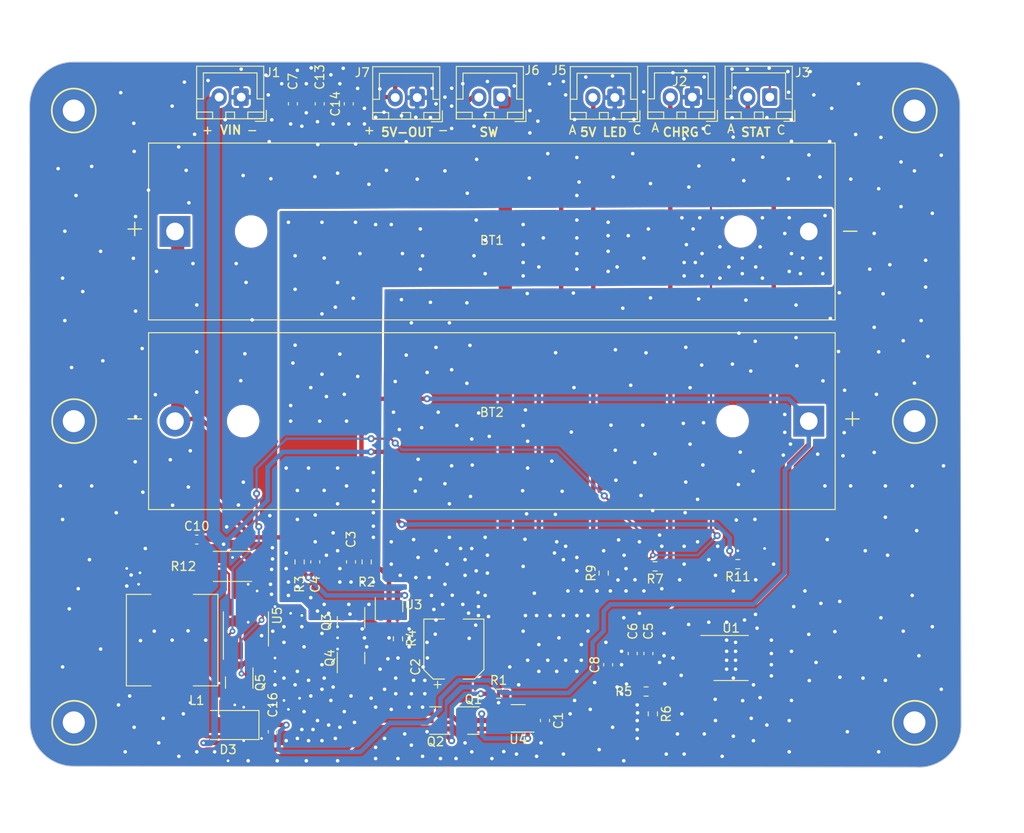
<source format=kicad_pcb>
(kicad_pcb (version 20240108) (generator "pcbnew") (generator_version "8.0")
  (layers (0 "F.Cu" signal) (31 "B.Cu" signal) (34 "B.Paste" user) (35 "F.Paste" user) (36 "B.SilkS" user "B.Silkscreen") (37 "F.SilkS" user "F.Silkscreen") (38 "B.Mask" user) (39 "F.Mask" user) (44 "Edge.Cuts" user))
  (net 0 "")
  (net 1 "BATOUT")
  (net 2 "GND")
  (net 3 "Net-(U3-VDD)")
  (net 4 "PB-")
  (net 5 "Net-(U3-VC)")
  (net 6 "PB+")
  (net 7 "VBUS")
  (net 8 "Net-(D3-A)")
  (net 9 "STAT")
  (net 10 "Net-(J3-Pin_2)")
  (net 11 "Net-(J2-Pin_2)")
  (net 12 "Net-(U5-CSN)")
  (net 13 "Net-(Q5-G)")
  (net 14 "BAL")
  (net 15 "Net-(J5-Pin_2)")
  (net 16 "/ON{slash}OFF")
  (net 17 "Net-(Q1-G)")
  (net 18 "Net-(Q2-G)")
  (net 19 "Net-(Q3-D)")
  (net 20 "Net-(Q3-G)")
  (net 21 "Net-(Q4-G)")
  (net 22 "STATUS")
  (net 23 "Net-(U3-CS)")
  (net 24 "Net-(U1-C(FB))")
  (net 26 "+5V")
  (footprint "Resistor_SMD:R_0603_1608Metric" (layer "F.Cu") (at 175.006 126.492 180)
    (property "Reference" "R5")
    (property "Value" "6.2K")
  )
  (footprint "Battery:BatteryHolder_MPD_BH-18650-PC2" (layer "F.Cu") (at 121.48 74.2)
    (property "Reference" "BT1")
    (property "Value" "Battery_Cell")
  )
  (footprint "Resistor_SMD:R_0603_1608Metric" (layer "F.Cu") (at 143.256 111.76 -90)
    (property "Reference" "R2")
    (property "Value" "330R")
  )
  (footprint "Battery:BatteryHolder_MPD_BH-18650-PC2" (layer "F.Cu") (at 193.48 95.758 180)
    (property "Reference" "BT2")
    (property "Value" "Battery_Cell")
  )
  (footprint "Capacitor_SMD:C_0603_1608Metric" (layer "F.Cu") (at 170.688 123.444 90)
    (property "Reference" "C8")
    (property "Value" "22uF/25V")
  )
  (footprint "Resistor_SMD:R_0603_1608Metric" (layer "F.Cu") (at 135.636 111.76 -90)
    (property "Reference" "R3")
    (property "Value" "330R")
  )
  (footprint "Connector_JST:JST_XH_B2B-XH-A_1x02_P2.50mm_Vertical" (layer "F.Cu") (at 180.25 58.925 180)
    (property "Reference" "J2")
    (property "Value" "B2B-XH-A")
  )
  (footprint "Resistor_SMD:R_0603_1608Metric" (layer "F.Cu") (at 158.242 126.746 180)
    (property "Reference" "R1")
    (property "Value" "470K")
  )
  (footprint "Resistor_SMD:R_0603_1608Metric" (layer "F.Cu") (at 176.022 112.268 180)
    (property "Reference" "R7")
    (property "Value" "330R")
  )
  (footprint "Package_TO_SOT_SMD:SOT-23" (layer "F.Cu") (at 151.067 129.794 180)
    (property "Reference" "Q2")
    (property "Value" "SI2347DS-T1-GE3\n")
  )
  (footprint "Connector_JST:JST_XH_B2B-XH-A_1x02_P2.50mm_Vertical" (layer "F.Cu") (at 189.05 58.925 180)
    (property "Reference" "J3")
    (property "Value" "B2B-XH-A")
  )
  (footprint "Resistor_SMD:R_0603_1608Metric" (layer "F.Cu") (at 146.812 120.499 90)
    (property "Reference" "R4")
    (property "Value" "2K")
  )
  (footprint "Capacitor_SMD:C_0603_1608Metric" (layer "F.Cu") (at 163.513 129.794 90)
    (property "Reference" "C1")
    (property "Value" "10uF/25V")
  )
  (footprint "Capacitor_SMD:CP_Elec_6.3x7.7" (layer "F.Cu") (at 153.162 121.666 90)
    (property "Reference" "C2")
    (property "Value" "470uF/16V")
  )
  (footprint "Capacitor_SMD:C_0603_1608Metric" (layer "F.Cu") (at 132.588 131.064 -90)
    (property "Reference" "C16")
    (property "Value" "10uF/25V")
  )
  (footprint "Capacitor_SMD:C_0603_1608Metric" (layer "F.Cu") (at 173.482 122.174 -90)
    (property "Reference" "C6")
    (property "Value" "1uF/25V")
  )
  (footprint "Diode_SMD:D_SMA" (layer "F.Cu") (at 127.508 130.302 180)
    (property "Reference" "D3")
    (property "Value" "SS34")
  )
  (footprint "Capacitor_SMD:C_0603_1608Metric" (layer "F.Cu") (at 141.478 111.76 90)
    (property "Reference" "C3")
    (property "Value" "0.1uF/25V")
  )
  (footprint "Package_TO_SOT_SMD:SOT-23" (layer "F.Cu") (at 141.478 118.618 -90)
    (property "Reference" "Q3")
    (property "Value" "HXY3404M")
  )
  (footprint "Package_TO_SOT_SMD:SOT-23" (layer "F.Cu") (at 141.478 122.682 90)
    (property "Reference" "Q4")
    (property "Value" "HXY3404M")
  )
  (footprint "Package_TO_SOT_SMD:SOT-23" (layer "F.Cu") (at 155.385 129.794)
    (property "Reference" "Q1")
    (property "Value" "SI2347DS-T1-GE3\n")
  )
  (footprint "Inductor_SMD:L_Wuerth_HCI-1040" (layer "F.Cu") (at 121.158 120.65 -90)
    (property "Reference" "L1")
    (property "Value" "10uH")
  )
  (footprint "Connector_JST:JST_XH_B2B-XH-A_1x02_P2.50mm_Vertical" (layer "F.Cu") (at 158.5 58.95 180)
    (property "Reference" "J6")
    (property "Value" "B2B-XH-A")
  )
  (footprint "Package_SO:SOIC-8_3.9x4.9mm_P1.27mm" (layer "F.Cu") (at 184.658 122.682)
    (property "Reference" "U1")
    (property "Value" "MIC39102YM-TR")
  )
  (footprint "Connector_JST:JST_XH_B2B-XH-A_1x02_P2.50mm_Vertical" (layer "F.Cu") (at 171.45 58.967 180)
    (property "Reference" "J5")
    (property "Value" "B2B-XH-A")
  )
  (footprint "Package_TO_SOT_SMD:SOT-23-6" (layer "F.Cu") (at 145.796 116.626 90)
    (property "Reference" "U3")
    (property "Value" "HY2120-CB")
  )
  (footprint "Resistor_SMD:R_0603_1608Metric" (layer "F.Cu") (at 185.42 112.014 180)
    (property "Reference" "R11")
    (property "Value" "330R")
  )
  (footprint "Resistor_SMD:R_0603_1608Metric" (layer "F.Cu") (at 170.18 113.03 90)
    (property "Reference" "R9")
    (property "Value" "330R")
  )
  (footprint "Package_SO:SOIC-8_3.9x4.9mm_P1.27mm" (layer "F.Cu") (at 129.54 119.38 90)
    (property "Reference" "U5")
    (property "Value" "CN3302")
  )
  (footprint "Capacitor_SMD:C_0603_1608Metric" (layer "F.Cu") (at 134.874 59.69 -90)
    (property "Reference" "C7")
    (property "Value" "10uF/25V")
  )
  (footprint "Resistor_SMD:R_2512_6332Metric" (layer "F.Cu") (at 128.016 112.268)
    (property "Reference" "R12")
    (property "Value" "80mR")
  )
  (footprint "Capacitor_SMD:C_0603_1608Metric" (layer "F.Cu") (at 123.952 109.22 180)
    (property "Reference" "C10")
    (property "Value" "10uF/25V")
  )
  (footprint "Capacitor_SMD:C_0603_1608Metric" (layer "F.Cu") (at 175.26 122.174 -90)
    (property "Reference" "C5")
    (property "Value" "0.1uF/25V")
  )
  (footprint "Resistor_SMD:R_0603_1608Metric" (layer "F.Cu") (at 175.768 129.032 90)
    (property "Reference" "R6")
    (property "Value" "2.1K")
  )
  (footprint "Package_TO_SOT_SMD:SOT-23" (layer "F.Cu") (at 128.778 125.476 -90)
    (property "Reference" "Q5")
    (property "Value" "HXY3404M")
  )
  (footprint "Package_TO_SOT_SMD:TSOT-23-6" (layer "F.Cu") (at 160.465 129.54 180)
    (property "Reference" "U4")
    (property "Value" "LTC4412xS6")
  )
  (footprint "Capacitor_SMD:C_0603_1608Metric" (layer "F.Cu") (at 141.224 59.69 -90)
    (property "Reference" "C14")
    (property "Value" "1uF/25V")
  )
  (footprint "Connector_JST:JST_XH_B2B-XH-A_1x02_P2.50mm_Vertical" (layer "F.Cu") (at 129 58.925 180)
    (property "Reference" "J1")
    (property "Value" "B2B-XH-A")
  )
  (footprint "Connector_JST:JST_XH_B2B-XH-A_1x02_P2.50mm_Vertical" (layer "F.Cu") (at 149 58.975 180)
    (property "Reference" "J7")
    (property "Value" "B2B-XH-A")
  )
  (footprint "Capacitor_SMD:C_0603_1608Metric" (layer "F.Cu") (at 137.922 59.69 -90)
    (property "Reference" "C13")
    (property "Value" "0.1uF/25V")
  )
  (footprint "Capacitor_SMD:C_0603_1608Metric" (layer "F.Cu") (at 137.414 111.76 90)
    (property "Reference" "C4")
    (property "Value" "0.1uF/25V")
  )
  (gr_circle (center 205.526 95.758) (end 208.026 95.758) (stroke (width 0.2)) (fill none) (layer "F.SilkS"))
  (gr_circle (center 110.022 95.758) (end 112.522 95.758) (stroke (width 0.2)) (fill none) (layer "F.SilkS"))
  (gr_circle (center 205.526 130.048) (end 208.026 130.048) (stroke (width 0.2)) (fill none) (layer "F.SilkS"))
  (gr_circle (center 109.982 60.452) (end 112.482 60.452) (stroke (width 0.2)) (fill none) (layer "F.SilkS"))
  (gr_circle (center 110.022 130.048) (end 112.522 130.048) (stroke (width 0.2)) (fill none) (layer "F.SilkS"))
  (gr_circle (center 205.526 60.452) (end 208.026 60.452) (stroke (width 0.2)) (fill none) (layer "F.SilkS"))
  (gr_arc (start 104.956743 59.929186) (mid 106.435887 56.374684) (end 110 54.918851) (stroke (width 0.1)) (layer "Edge.Cuts"))
  (gr_line (start 210.66 59.935534) (end 210.803108 130.308337) (stroke (width 0.1)) (layer "Edge.Cuts"))
  (gr_arc (start 110 135) (mid 106.464466 133.535534) (end 105 130) (stroke (width 0.1)) (layer "Edge.Cuts"))
  (gr_line (start 110 54.918851) (end 205.66 54.935534) (stroke (width 0.1)) (layer "Edge.Cuts"))
  (gr_line (start 110 135) (end 205.66 135.102) (stroke (width 0.1)) (layer "Edge.Cuts"))
  (gr_arc (start 210.803108 130.308337) (mid 209.274076 133.823688) (end 205.66 135.102) (stroke (width 0.1)) (layer "Edge.Cuts"))
  (gr_line (start 105 130) (end 104.956743 59.929186) (stroke (width 0.1)) (layer "Edge.Cuts"))
  (gr_arc (start 205.66 54.935534) (mid 209.195544 56.39999) (end 210.66 59.935534) (stroke (width 0.1)) (layer "Edge.Cuts"))
  (gr_text "SW" (at 155.956 63.5 0) (layer "F.SilkS") (effects (font (size 1 1) (thickness 0.2) (bold yes)) (justify left bottom)))
  (gr_text "-" (at 115.57 96.52 0) (layer "F.SilkS") (effects (font (size 2 2)) (justify left bottom)))
  (gr_text "5V-OUT" (at 144.78 63.5 0) (layer "F.SilkS") (effects (font (size 1 1) (thickness 0.2) (bold yes)) (justify left bottom)))
  (gr_text "A" (at 184.112974 63.106898 0) (layer "F.SilkS") (effects (font (size 1 1)) (justify left bottom)))
  (gr_text "-" (at 152.654 63.246 0) (layer "F.SilkS") (effects (font (size 1 1)) (justify left bottom mirror)))
  (gr_text "+" (at 144.272 63.246 0) (layer "F.SilkS") (effects (font (size 1 1)) (justify left bottom mirror)))
  (gr_text "+" (at 124.46 63.246 0) (layer "F.SilkS") (effects (font (size 1 1)) (justify left bottom)))
  (gr_text "+" (at 115.57 74.93 0) (layer "F.SilkS") (effects (font (size 2 2)) (justify left bottom)))
  (gr_text "C" (at 189.738 63.246 0) (layer "F.SilkS") (effects (font (size 1 1)) (justify left bottom)))
  (gr_text "+" (at 197.104 96.52 0) (layer "F.SilkS") (effects (font (size 2 2)) (justify left bottom)))
  (gr_text "A" (at 175.514 62.992 0) (layer "F.SilkS") (effects (font (size 1 1)) (justify left bottom)))
  (gr_text "VIN" (at 126.492 63.246 0) (layer "F.SilkS") (effects (font (size 1 1) (thickness 0.2) (bold yes)) (justify left bottom)))
  (gr_text "CHRG" (at 176.784 63.5 0) (layer "F.SilkS") (effects (font (size 1 1) (thickness 0.2) (bold yes)) (justify left bottom)))
  (gr_text "C" (at 173.375318 63.239275 0) (layer "F.SilkS") (effects (font (size 1 1)) (justify left bottom)))
  (gr_text "A" (at 166.116 63.246 0) (layer "F.SilkS") (effects (font (size 1 1)) (justify left bottom)))
  (gr_text "-" (at 129.54 63.246 0) (layer "F.SilkS") (effects (font (size 1 1)) (justify left bottom)))
  (gr_text "-" (at 196.85 75.184 0) (layer "F.SilkS") (effects (font (size 2 2)) (justify left bottom)))
  (gr_text "C" (at 181.356 63.246 0) (layer "F.SilkS") (effects (font (size 1 1)) (justify left bottom)))
  (gr_text "STAT" (at 185.674 63.5 0) (layer "F.SilkS") (effects (font (size 1 1) (thickness 0.2) (bold yes)) (justify left bottom)))
  (gr_text "5V LED" (at 167.386 63.5 0) (layer "F.SilkS") (effects (font (size 1 1) (thickness 0.2) (bold yes)) (justify left bottom)))
  (segment (start 169.405 130.569) (end 170.688 129.286) (width 0.5) (layer "F.Cu") (net 1))
  (segment (start 164.338 131.826) (end 163.513 131.001) (width 0.25) (layer "F.Cu") (net 1))
  (segment (start 170.688 124.219) (end 171.125 124.656) (width 0.5) (layer "F.Cu") (net 1))
  (segment (start 163.513 130.569) (end 161.6815 130.569) (width 0.5) (layer "F.Cu") (net 1))
  (segment (start 177.604 124.656) (end 178.943 123.317) (width 0.5) (layer "F.Cu") (net 1))
  (segment (start 163.513 130.569) (end 169.405 130.569) (width 0.5) (layer "F.Cu") (net 1))
  (segment (start 171.125 124.656) (end 177.604 124.656) (width 0.5) (layer "F.Cu") (net 1))
  (segment (start 172.466 128.207) (end 172.466 131.064) (width 0.25) (layer "F.Cu") (net 1))
  (segment (start 172.466 131.064) (end 171.704 131.826) (width 0.25) (layer "F.Cu") (net 1))
  (segment (start 163.513 130.569) (end 163.513 131.001) (width 0.5) (layer "F.Cu") (net 1))
  (segment (start 161.6815 130.569) (end 161.6025 130.49) (width 0.5) (layer "F.Cu") (net 1))
  (segment (start 161.544 130.5485) (end 161.6025 130.49) (width 0.5) (layer "F.Cu") (net 1))
  (segment (start 174.181 126.492) (end 172.466 128.207) (width 0.25) (layer "F.Cu") (net 1))
  (segment (start 171.704 131.826) (end 164.338 131.826) (width 0.25) (layer "F.Cu") (net 1))
  (segment (start 161.544 131.826) (end 161.544 130.5485) (width 0.5) (layer "F.Cu") (net 1))
  (segment (start 178.943 123.317) (end 182.183 123.317) (width 0.5) (layer "F.Cu") (net 1))
  (segment (start 156.3225 129.032) (end 156.3225 129.794) (width 0.5) (layer "F.Cu") (net 1))
  (segment (start 174.181 126.492) (end 173.99 126.492) (width 0.25) (layer "F.Cu") (net 1))
  (segment (start 170.688 129.286) (end 170.688 124.219) (width 0.5) (layer "F.Cu") (net 1))
  (via (at 156.3225 129.032) (size 0.8) (drill 0.4) (layers "F.Cu" "B.Cu") (net 1))
  (via (at 161.544 131.826) (size 0.8) (drill 0.4) (layers "F.Cu" "B.Cu") (net 1))
  (segment (start 156.3225 131.4305) (end 156.718 131.826) (width 0.5) (layer "B.Cu") (net 1))
  (segment (start 156.718 131.826) (end 161.544 131.826) (width 0.5) (layer "B.Cu") (net 1))
  (segment (start 156.3225 129.032) (end 156.3225 131.4305) (width 0.5) (layer "B.Cu") (net 1))
  (via (at 150.506843 61.246425) (size 0.8) (drill 0.4) (layers "F.Cu" "B.Cu") (net 2))
  (via (at 191.404501 98.368004) (size 0.8) (drill 0.4) (layers "F.Cu" "B.Cu") (net 2))
  (via (at 123.952 82.55) (size 0.8) (drill 0.4) (layers "F.Cu" "B.Cu") (net 2))
  (via (at 145.288 126.238) (size 0.8) (drill 0.4) (layers "F.Cu" "B.Cu") (net 2))
  (via (at 195.929568 84.088326) (size 0.8) (drill 0.4) (layers "F.Cu" "B.Cu") (net 2))
  (via (at 200.914 74.422) (size 0.8) (drill 0.4) (layers "F.Cu" "B.Cu") (net 2))
  (via (at 199.898 110.49) (size 0.8) (drill 0.4) (layers "F.Cu" "B.Cu") (net 2))
  (via (at 186.5 55.75) (size 0.8) (drill 0.4) (layers "F.Cu" "B.Cu") (net 2))
  (via (at 184.648904 58.837103) (size 0.8) (drill 0.4) (layers "F.Cu" "B.Cu") (net 2))
  (via (at 148.59 109.22) (size 0.8) (drill 0.4) (layers "F.Cu" "B.Cu") (net 2))
  (via (at 162.705461 61.66132) (size 0.8) (drill 0.4) (layers "F.Cu" "B.Cu") (net 2))
  (via (at 174.244 109.474) (size 0.8) (drill 0.4) (layers "F.Cu" "B.Cu") (net 2))
  (via (at 171.806607 113.814333) (size 0.8) (drill 0.4) (layers "F.Cu" "B.Cu") (net 2))
  (via (at 182.850977 127.379433) (size 0.8) (drill 0.4) (layers "F.Cu" "B.Cu") (net 2))
  (via (at 176.53 108.712) (size 0.8) (drill 0.4) (layers "F.Cu" "B.Cu") (net 2))
  (via (at 167.386 68.58) (size 0.8) (drill 0.4) (layers "F.Cu" "B.Cu") (net 2))
  (via (at 148.778101 103.71094) (size 0.8) (drill 0.4) (layers "F.Cu" "B.Cu") (net 2))
  (via (at 173.99 131.826) (size 0.8) (drill 0.4) (layers "F.Cu" "B.Cu") (net 2))
  (via (at 164.289882 100.300369) (size 0.8) (drill 0.4) (layers "F.Cu" "B.Cu") (net 2))
  (via (at 150.5 82.25) (size 0.8) (drill 0.4) (layers "F.Cu" "B.Cu") (net 2))
  (via (at 123.952 87.884) (size 0.8) (drill 0.4) (layers "F.Cu" "B.Cu") (net 2))
  (via (at 173.481906 65.346169) (size 0.8) (drill 0.4) (layers "F.Cu" "B.Cu") (net 2))
  (via (at 174.991052 87.99251) (size 0.8) (drill 0.4) (layers "F.Cu" "B.Cu") (net 2))
  (via (at 161.423242 106.296708) (size 0.8) (drill 0.4) (layers "F.Cu" "B.Cu") (net 2))
  (via (at 184.912 131.572) (size 0.8) (drill 0.4) (layers "F.Cu" "B.Cu") (net 2))
  (via (at 176.016238 99.480646) (size 0.8) (drill 0.4) (layers "F.Cu" "B.Cu") (net 2))
  (via (at 117 83.25) (size 0.8) (drill 0.4) (layers "F.Cu" "B.Cu") (net 2))
  (via (at 128.27 128.016) (size 0.65) (drill 0.305) (layers "F.Cu" "B.Cu") (net 2))
  (via (at 154.178 57.404) (size 0.8) (drill 0.4) (layers "F.Cu" "B.Cu") (net 2))
  (via (at 185.42 110.49) (size 0.65) (drill 0.305) (layers "F.Cu" "B.Cu") (net 2))
  (via (at 134.62 61.976) (size 0.8) (drill 0.4) (layers "F.Cu" "B.Cu") (net 2))
  (via (at 125.236125 57.033227) (size 0.8) (drill 0.4) (layers "F.Cu" "B.Cu") (net 2))
  (via (at 133.604 57.404) (size 0.8) (drill 0.4) (layers "F.Cu" "B.Cu") (net 2))
  (via (at 156.718 108.966) (size 0.8) (drill 0.4) (layers "F.Cu" "B.Cu") (net 2))
  (via (at 150.114 131.064) (size 0.8) (drill 0.4) (layers "F.Cu" "B.Cu") (net 2))
  (via (at 179.507489 102.684848) (size 0.8) (drill 0.4) (layers "F.Cu" "B.Cu") (net 2))
  (via (at 160.02 57.658) (size 0.8) (drill 0.4) (layers "F.Cu" "B.Cu") (net 2))
  (via (at 149 68.25) (size 0.8) (drill 0.4) (layers "F.Cu" "B.Cu") (net 2))
  (via (at 153.5 96.25) (size 0.8) (drill 0.4) (layers "F.Cu" "B.Cu") (net 2))
  (via (at 148.082 119.38) (size 0.8) (drill 0.4) (layers "F.Cu" "B.Cu") (net 2))
  (via (at 149.098 111.252) (size 0.8) (drill 0.4) (layers "F.Cu" "B.Cu") (net 2))
  (via (at 122.965788 119.596767) (size 0.8) (drill 0.4) (layers "F.Cu" "B.Cu") (net 2))
  (via (at 145.288 131.826) (size 0.8) (drill 0.4) (layers "F.Cu" "B.Cu") (net 2))
  (via (at 171.514779 87.644883) (size 0.8) (drill 0.4) (layers "F.Cu" "B.Cu") (net 2))
  (via (at 135.89 62.23) (size 0.8) (drill 0.4) (layers "F.Cu" "B.Cu") (net 2))
  (via (at 164.721699 87.979586) (size 0.8) (drill 0.4) (layers "F.Cu" "B.Cu") (net 2))
  (via (at 142.748 119.38) (size 0.8) (drill 0.4) (layers "F.Cu" "B.Cu") (net 2))
  (via (at 132.25 106.5) (size 0.8) (drill 0.4) (layers "F.Cu" "B.Cu") (net 2))
  (via (at 179.437963 106.161121) (size 0.8) (drill 0.4) (layers "F.Cu" "B.Cu") (net 2))
  (via (at 149.606 133.858) (size 0.8) (drill 0.4) (layers "F.Cu" "B.Cu") (net 2))
  (via (at 132.559974 111.426553) (size 0.8) (drill 0.4) (layers "F.Cu" "B.Cu") (net 2))
  (via (at 151.051197 119.975277) (size 0.8) (drill 0.4) (layers "F.Cu" "B.Cu") (net 2))
  (via (at 185.166 120.904) (size 0.8) (drill 0.4) (layers "F.Cu" "B.Cu") (net 2))
  (via (at 165.862 109.982) (size 0.8) (drill 0.4) (layers "F.Cu" "B.Cu") (net 2))
  (via (at 129.286 132.08) (size 0.65) (drill 0.305) (layers "F.Cu" "B.Cu") (net 2))
  (via (at 198.236125 103.119344) (size 0.8) (drill 0.4) (layers "F.Cu" "B.Cu") (net 2))
  (via (at 152.654 108.966) (size 0.8) (drill 0.4) (layers "F.Cu" "B.Cu") (net 2))
  (via (at 154.640509 82.310379) (size 0.8) (drill 0.4) (layers "F.Cu" "B.Cu") (net 2))
  (via (at 160.975802 103.668001) (size 0.8) (drill 0.4) (layers "F.Cu" "B.Cu") (net 2))
  (via (at 184.15 123.952) (size 0.8) (drill 0.4) (layers "F.Cu" "B.Cu") (net 2))
  (via (at 123.057661 70.938317) (size 0.8) (drill 0.4) (layers "F.Cu" "B.Cu") (net 2))
  (via (at 174.625729 96.21295) (size 0.8) (drill 0.4) (layers "F.Cu" "B.Cu") (net 2))
  (via (at 152.146 58.928) (size 0.8) (drill 0.4) (layers "F.Cu" "B.Cu") (net 2))
  (via (at 205.232 103.124) (size 0.8) (drill 0.4) (layers "F.Cu" "B.Cu") (net 2))
  (via (at 193.04 115.062) (size 0.8) (drill 0.4) (layers "F.Cu" "B.Cu") (net 2))
  (via (at 132.08 58.674) (size 0.8) (drill 0.4) (layers "F.Cu" "B.Cu") (net 2))
  (via (at 169.418 115.062) (size 0.8) (drill 0.4) (layers "F.Cu" "B.Cu") (net 2))
  (via (at 205.232 115.57) (size 0.8) (drill 0.4) (layers "F.Cu" "B.Cu") (net 2))
  (via (at 203.962 66.294) (size 0.8) (drill 0.4) (layers "F.Cu" "B.Cu") (net 2))
  (via (at 179.996885 91.955461) (size 0.8) (drill 0.4) (layers "F.Cu" "B.Cu") (net 2))
  (via (at 151.638 134.112) (size 0.8) (drill 0.4) (layers "F.Cu" "B.Cu") (net 2))
  (via (at 155.75 66) (size 0.8) (drill 0.4) (layers "F.Cu" "B.Cu") (net 2))
  (via (at 161.798 60.452) (size 0.8) (drill 0.4) (layers "F.Cu" "B.Cu") (net 2))
  (via (at 146.558 126.746) (size 0.8) (drill 0.4) (layers "F.Cu" "B.Cu") (net 2))
  (via (at 172.777082 125.641474) (size 0.8) (drill 0.4) (layers "F.Cu" "B.Cu") (net 2))
  (via (at 146.558 124.968) (size 0.8) (drill 0.4) (layers "F.Cu" "B.Cu") (net 2))
  (via (at 173.736 113.792) (size 0.8) (drill 0.4) (layers "F.Cu" "B.Cu") (net 2))
  (via (at 132.459952 112.611337) (size 0.8) (drill 0.4) (layers "F.Cu" "B.Cu") (net 2))
  (via (at 135.382 55.88) (size 0.8) (drill 0.4) (layers "F.Cu" "B.Cu") (net 2))
  (via (at 191.262 129.794) (size 0.8) (drill 0.4) (layers "F.Cu" "B.Cu") (net 2))
  (via (at 176.53 123.19) (size 0.8) (drill 0.4) (layers "F.Cu" "B.Cu") (net 2))
  (via (at 135.636 127.254) (size 0.65) (drill 0.305) (layers "F.Cu" "B.Cu") (net 2))
  (via (at 131.817868 56.430673) (size 0.8) (drill 0.4) (layers "F.Cu" "B.Cu") (net 2))
  (via (at 131.318 120.142) (size 0.8) (drill 0.4) (layers "F.Cu" "B.Cu") (net 2))
  (via (at 179.30163 63.658602) (size 0.8) (drill 0.4) (layers "F.Cu" "B.Cu") (net 2))
  (via (at 179.510206 87.366781) (size 0.8) (drill 0.4) (layers "F.Cu" "B.Cu") (net 2))
  (via (at 171.704 125.984) (size 0.8) (drill 0.4) (layers "F.Cu" "B.Cu") (net 2))
  (via (at 206.248 84.328) (size 0.8) (drill 0.4) (layers "F.Cu" "B.Cu") (net 2))
  (via (at 186.944 129.54) (size 0.8) (drill 0.4) (layers "F.Cu" "B.Cu") (net 2))
  (via (at 195.58 109.22) (size 0.8) (drill 0.4) (layers "F.Cu" "B.Cu") (net 2))
  (via (at 118.468981 69.501458) (size 0.8) (drill 0.4) (layers "F.Cu" "B.Cu") (net 2))
  (via (at 113.03 121.666) (size 0.8) (drill 0.4) (layers "F.Cu" "B.Cu") (net 2))
  (via (at 144.752539 57.991604) (size 0.8) (drill 0.4) (layers "F.Cu" "B.Cu") (net 2))
  (via (at 162.814 124.206) (size 0.8) (drill 0.4) (layers "F.Cu" "B.Cu") (net 2))
  (via (at 175.748212 105.920397) (size 0.8) (drill 0.4) (layers "F.Cu" "B.Cu") (net 2))
  (via (at 169.672 133.096) (size 0.8) (drill 0.4) (layers "F.Cu" "B.Cu") (net 2))
  (via (at 191.77 116.84) (size 0.8) (drill 0.4) (layers "F.Cu" "B.Cu") (net 2))
  (via (at 110.236 70.104) (size 0.8) (drill 0.4) (layers "F.Cu" "B.Cu") (net 2))
  (via (at 116.5 113.25) (size 0.8) (drill 0.4) (layers "F.Cu" "B.Cu") (net 2))
  (via (at 175.5 68.75) (size 0.8) (drill 0.4) (layers "F.Cu" "B.Cu") (net 2))
  (via (at 149.86 125.222) (size 0.8) (drill 0.4) (layers "F.Cu" "B.Cu") (net 2))
  (via (at 188.72559 61.253034) (size 0.8) (drill 0.4) (layers "F.Cu" "B.Cu") (net 2))
  (via (at 173.252916 91.677359) (size 0.8) (drill 0.4) (layers "F.Cu" "B.Cu") (net 2))
  (via (at 174.028055 128.915624) (size 0.8) (drill 0.4) (layers "F.Cu" "B.Cu") (net 2))
  (via (at 184.912 124.968) (size 0.8) (drill 0.4) (layers "F.Cu" "B.Cu") (net 2))
  (via (at 154.432 113.284) (size 0.8) (drill 0.4) (layers "F.Cu" "B.Cu") (net 2))
  (via (at 134.62 117.602) (size 0.65) (drill 0.305) (layers "F.Cu" "B.Cu") (net 2))
  (via (at 160.528 125.73) (size 0.8) (drill 0.4) (layers "F.Cu" "B.Cu") (net 2))
  (via (at 132.588 119.634) (size 0.8) (drill 0.4) (layers "F.Cu" "B.Cu") (net 2))
  (via (at 200.914 99.314) (size 0.8) (drill 0.4) (layers "F.Cu" "B.Cu") (net 2))
  (via (at 181.454201 100.738136) (size 0.8) (drill 0.4) (layers "F.Cu" "B.Cu") (net 2))
  (via (at 135.89 119.126) (size 0.8) (drill 0.4) (layers "F.Cu" "B.Cu") (net 2))
  (via (at 154.832603 117.580387) (size 0.8) (drill 0.4) (layers "F.Cu" "B.Cu") (net 2))
  (via (at 123.952 92.456) (size 0.8) (drill 0.4) (layers "F.Cu" "B.Cu") (net 2))
  (via (at 189.23 123.444) (size 0.8) (drill 0.4) (layers "F.Cu" "B.Cu") (net 2))
  (via (at 121.92 133.858) (size 0.8) (drill 0.4) (layers "F.Cu" "B.Cu") (net 2))
  (via (at 172.466 134.366) (size 0.8) (drill 0.4) (layers "F.Cu" "B.Cu") (net 2))
  (via (at 151.384 94.742) (size 0.8) (drill 0.4) (layers "F.Cu" "B.Cu") (net 2))
  (via (at 207.518 119.126) (size 0.8) (drill 0.4) (layers "F.Cu" "B.Cu") (net 2))
  (via (at 121.158 59.944) (size 0.8) (drill 0.4) (layers "F.Cu" "B.Cu") (net 2))
  (via (at 170.18 110.49) (size 0.8) (drill 0.4) (layers "F.Cu" "B.Cu") (net 2))
  (via (at 115.316 58.42) (size 0.8) (drill 0.4) (layers "F.Cu" "B.Cu") (net 2))
  (via (at 162.814 121.158) (size 0.8) (drill 0.4) (layers "F.Cu" "B.Cu") (net 2))
  (via (at 123.19 127.762) (size 0.65) (drill 0.305) (layers "F.Cu" "B.Cu") (net 2))
  (via (at 155.956 117.856) (size 0.8) (drill 0.4) (layers "F.Cu" "B.Cu") (net 2))
  (via (at 197.505478 97.06641) (size 0.8) (drill 0.4) (layers "F.Cu" "B.Cu") (net 2))
  (via (at 149.5 96.5) (size 0.8) (drill 0.4) (layers "F.Cu" "B.Cu") (net 2))
  (via (at 189.23 124.714) (size 0.8) (drill 0.4) (layers "F.Cu" "B.Cu") (net 2))
  (via (at 180.970241 81.87427) (size 0.8) (drill 0.4) (layers "F.Cu" "B.Cu") (net 2))
  (via (at 172.212 126.746) (size 0.8) (drill 0.4) (layers "F.Cu" "B.Cu") (net 2))
  (via (at 135.128 125.73) (size 0.8) (drill 0.4) (layers "F.Cu" "B.Cu") (net 2))
  (via (at 207.518 72.136) (size 0.8) (drill 0.4) (layers "F.Cu" "B.Cu") (net 2))
  (via (at 133.858 120.904) (size 0.8) (drill 0.4) (layers "F.Cu" "B.Cu") (net 2))
  (via (at 165.1 120.396) (size 0.8) (drill 0.4) (layers "F.Cu" "B.Cu") (net 2))
  (via (at 155.979395 94.83107) (size 0.8) (drill 0.4) (layers "F.Cu" "B.Cu") (net 2))
  (via (at 205.486 67.31) (size 0.8) (drill 0.4) (layers "F.Cu" "B.Cu") (net 2))
  (via (at 171.497083 99.063494) (size 0.8) (drill 0.4) (layers "F.Cu" "B.Cu") (net 2))
  (via (at 165.608 133.604) (size 0.8) (drill 0.4) (layers "F.Cu" "B.Cu") (net 2))
  (via (at 207.01 88.392) (size 0.8) (drill 0.4) (layers "F.Cu" "B.Cu") (net 2))
  (via (at 163.83 122.936) (size 0.8) (drill 0.4) (layers "F.Cu" "B.Cu") (net 2))
  (via (at 139.7 131.826) (size 0.8) (drill 0.4) (layers "F.Cu" "B.Cu") (net 2))
  (via (at 156.718 115.57) (size 0.8) (drill 0.4) (layers "F.Cu" "B.Cu") (net 2))
  (via (at 137.16 130.81) (size 0.8) (drill 0.4) (layers "F.Cu" "B.Cu") (net 2))
  (via (at 147.75 88.25) (size 0.8) (drill 0.4) (layers "F.Cu" "B.Cu") (net 2))
  (via (at 179.07 129.032) (size 0.8) (drill 0.4) (layers "F.Cu" "B.Cu") (net 2))
  (via (at 127.350871 107.773436) (size 0.8) (drill 0.4) (layers "F.Cu" "B.Cu") (net 2))
  (via (at 140.208 130.556) (size 0.8) (drill 0.4) (layers "F.Cu" "B.Cu") (net 2))
  (via (at 193.480646 119.994285) (size 0.8) (drill 0.4) (layers "F.Cu" "B.Cu") (net 2))
  (via (at 129.286 128.27) (size 0.65) (drill 0.305) (layers "F.Cu" "B.Cu") (net 2))
  (via (at 155.702 112.776) (size 0.8) (drill 0.4) (layers "F.Cu" "B.Cu") (net 2))
  (via (at 182.88 129.794) (size 0.8) (drill 0.4) (layers "F.Cu" "B.Cu") (net 2))
  (via (at 187.400362 86.680275) (size 0.8) (drill 0.4) (layers "F.Cu" "B.Cu") (net 2))
  (via (at 155.913004 115.239517) (size 0.8) (drill 0.4) (layers "F.Cu" "B.Cu") (net 2))
  (via (at 137.379197 67.97773) (size 0.8) (drill 0.4) (layers "F.Cu" "B.Cu") (net 2))
  (via (at 129.222251 67.832847) (size 0.8) (drill 0.4) (layers "F.Cu" "B.Cu") (net 2))
  (via (at 201.422 87.884) (size 0.8) (drill 0.4) (layers "F.Cu" "B.Cu") (net 2))
  (via (at 138.938 130.302) (size 0.8) (drill 0.4) (layers "F.Cu" "B.Cu") (net 2))
  (via (at 140.208 57.404) (size 0.8) (drill 0.4) (layers "F.Cu" "B.Cu") (net 2))
  (via (at 166.807463 91.942536) (size 0.8) (drill 0.4) (layers "F.Cu" "B.Cu") (net 2))
  (via (at 136.952944 55.604529) (size 0.8) (drill 0.4) (layers "F.Cu" "B.Cu") (net 2))
  (via (at 170.434 120.904) (size 0.8) (drill 0.4) (layers "F.Cu" "B.Cu") (net 2))
  (via (at 148.336 84.582) (size 0.8) (drill 0.4) (layers "F.Cu" "B.Cu") (net 2))
  (via (at 148.082 120.396) (size 0.8) (drill 0.4) (layers "F.Cu" "B.Cu") (net 2))
  (via (at 191.516273 63.950663) (size 0.8) (drill 0.4) (layers "F.Cu" "B.Cu") (net 2))
  (via (at 136.652 125.222) (size 0.8) (drill 0.4) (layers "F.Cu" "B.Cu") (net 2))
  (via (at 145.5 67.25) (size 0.8) (drill 0.4) (layers "F.Cu" "B.Cu") (net 2))
  (via (at 150.368 113.538) (size 0.8) (drill 0.4) (layers "F.Cu" "B.Cu") (net 2))
  (via (at 205.994 122.428) (size 0.8) (drill 0.4) (layers "F.Cu" "B.Cu") (net 2))
  (via (at 195.316056 103.119344) (size 0.8) (drill 0.4) (layers "F.Cu" "B.Cu") (net 2))
  (via (at 117 95.25) (size 0.8) (drill 0.4) (layers "F.Cu" "B.Cu") (net 2))
  (via (at 202.184 125.222) (size 0.8) (drill 0.4) (layers "F.Cu" "B.Cu") (net 2))
  (via (at 114.808 106.172) (size 0.8) (drill 0.4) (layers "F.Cu" "B.Cu") (net 2))
  (via (at 132.334 114.3) (size 0.8) (drill 0.4) (layers "F.Cu" "B.Cu") (net 2))
  (via (at 173.99 129.794) (size 0.8) (drill 0.4) (layers "F.Cu" "B.Cu") (net 2))
  (via (at 187.155288 101.43339) (size 0.8) (drill 0.4) (layers "F.Cu" "B.Cu") (net 2))
  (via (at 146.304 94.742) (size 0.8) (drill 0.4) (layers "F.Cu" "B.Cu") (net 2))
  (via (at 190.59084 99.619662) (size 0.8) (drill 0.4) (layers "F.Cu" "B.Cu") (net 2))
  (via (at 162.306 115.316) (size 0.8) (drill 0.4) (layers "F.Cu" "B.Cu") (net 2))
  (via (at 115.062 128.016) (size 0.8) (drill 0.4) (layers "F.Cu" "B.Cu") (net 2))
  (via (at 161.544 98.044) (size 0.8) (drill 0.4) (layers "F.Cu" "B.Cu") (net 2))
  (via (at 181.5 62.5) (size 0.8) (drill 0.4) (layers "F.Cu" "B.Cu") (net 2))
  (via (at 150.114 120.904) (size 0.8) (drill 0.4) (layers "F.Cu" "B.Cu") (net 2))
  (via (at 148.59 125.222) (size 0.8) (drill 0.4) (layers "F.Cu" "B.Cu") (net 2))
  (via (at 144.272 132.842) (size 0.8) (drill 0.4) (layers "F.Cu" "B.Cu") (net 2))
  (via (at 194.31 123.19) (size 0.8) (drill 0.4) (layers "F.Cu" "B.Cu") (net 2))
  (via (at 127.182838 61.482856) (size 0.8) (drill 0.4) (layers "F.Cu" "B.Cu") (net 2))
  (via (at 146.812 134.112) (size 0.8) (drill 0.4) (layers "F.Cu" "B.Cu") (net 2))
  (via (at 166.37 129.032) (size 0.8) (drill 0.4) (layers "F.Cu" "B.Cu") (net 2))
  (via (at 119.38 78.74) (size 0.8) (drill 0.4) (layers "F.Cu" "B.Cu") (net 2))
  (via (at 177.038 122.428) (size 0.8) (drill 0.4) (layers "F.Cu" "B.Cu") (net 2))
  (via (at 154.90463 120.443451) (size 0.8) (drill 0.4) (layers "F.Cu" "B.Cu") (net 2))
  (via (at 169.164 125.476) (size 0.8) (drill 0.4) (layers "F.Cu" "B.Cu") (net 2))
  (via (at 184.15 120.65) (size 0.8) (drill 0.4) (layers "F.Cu" "B.Cu") (net 2))
  (via (at 203.962 71.374) (size 0.8) (drill 0.4) (layers "F.Cu" "B.Cu") (net 2))
  (via (at 205.486 95.758) (size 5.5) (drill 2.5) (layers "F.Cu" "B.Cu") (net 2))
  (via (at 191.262 133.35) (size 0.8) (drill 0.4) (layers "F.Cu" "B.Cu") (net 2))
  (via (at 188.984221 55.630208) (size 0.8) (drill 0.4) (layers "F.Cu" "B.Cu") (net 2))
  (via (at 125.984 133.35) (size 0.8) (drill 0.4) (layers "F.Cu" "B.Cu") (net 2))
  (via (at 171.326617 61.383218) (size 0.8) (drill 0.4) (layers "F.Cu" "B.Cu") (net 2))
  (via (at 197.866 131.064) (size 0.8) (drill 0.4) (layers "F.Cu" "B.Cu") (net 2))
  (via (at 188.468 110.236) (size 0.65) (drill 0.305) (layers "F.Cu" "B.Cu") (net 2))
  (via (at 191.516 121.92) (size 0.8) (drill 0.4) (layers "F.Cu" "B.Cu") (net 2))
  (via (at 116 112.5) (size 0.65) (drill 0.305) (layers "F.Cu" "B.Cu") (net 2))
  (via (at 156.972 113.03) (size 0.8) (drill 0.4) (layers "F.Cu" "B.Cu") (net 2))
  (via (at 151.13 118.364) (size 0.8) (drill 0.4) (layers "F.Cu" "B.Cu") (net 2))
  (via (at 163.068 132.334) (size 0.8) (drill 0.4) (layers "F.Cu" "B.Cu") (net 2))
  (via (at 167.132 111.252) (size 0.8) (drill 0.4) (layers "F.Cu" "B.Cu") (net 2))
  (via (at 129.555496 79.990146) (size 0.8) (drill 0.4) (layers "F.Cu" "B.Cu") (net 2))
  (via (at 189.23 120.65) (size 0.8) (drill 0.4) (layers "F.Cu" "B.Cu") (net 2))
  (via (at 139.446 125.984) (size 0.8) (drill 0.4) (layers "F.Cu" "B.Cu") (net 2))
  (via (at 135.89 117.856) (size 0.65) (drill 0.305) (layers "F.Cu" "B.Cu") (net 2))
  (via (at 185.486678 102.96295) (size 0.8) (drill 0.4) (layers "F.Cu" "B.Cu") (net 2))
  (via (at 136.652 132.08) (size 0.8) (drill 0.4) (layers "F.Cu" "B.Cu") (net 2))
  (via (at 117.75 87.5) (size 0.8) (drill 0.4) (layers "F.Cu" "B.Cu") (net 2))
  (via (at 184.15 121.92) (size 0.8) (drill 0.4) (layers "F.Cu" "B.Cu") (net 2))
  (via (at 138.176 132.08) (size 0.8) (drill 0.4) (layers "F.Cu" "B.Cu") (net 2))
  (via (at 161.236809 109.186421) (size 0.8) (drill 0.4) (layers "F.Cu" "B.Cu") (net 2))
  (via (at 197.01679 124.865323) (size 0.8) (drill 0.4) (layers "F.Cu" "B.Cu") (net 2))
  (via (at 180.848 109.474) (size 0.8) (drill 0.4) (layers "F.Cu" "B.Cu") (net 2))
  (via (at 128.016 111.252) (size 0.65) (drill 0.305) (layers "F.Cu" "B.Cu") (net 2))
  (via (at 167.132 65.786) (size 0.8) (drill 0.4) (layers "F.Cu" "B.Cu") (net 2))
  (via (at 155.25 100.75) (size 0.8) (drill 0.4) (layers "F.Cu" "B.Cu") (net 2))
  (via (at 161.29 117.856) (size 0.8) (drill 0.4) (layers "F.Cu" "B.Cu") (net 2))
  (via (at 116.800371 61.900008) (size 0.8) (drill 0.4) (layers "F.Cu" "B.Cu") (net 2))
  (via (at 192.128844 89.464961) (size 0.8) (drill 0.4) (layers "F.Cu" "B.Cu") (net 2))
  (via (at 152.146 67.31) (size 0.8) (drill 0.4) (layers "F.Cu" "B.Cu") (net 2))
  (via (at 171.25 68) (size 0.8) (drill 0.4) (layers "F.Cu" "B.Cu") (net 2))
  (via (at 179.324 109.982) (size 0.8) (drill 0.4) (layers "F.Cu" "B.Cu") (net 2))
  (via (at 131.318 131.826) (size 0.65) (drill 0.305) (layers "F.Cu" "B.Cu") (net 2))
  (via (at 116.332 127) (size 0.8) (drill 0.4) (layers "F.Cu" "B.Cu") (net 2))
  (via (at 143.002 60.198) (size 0.8) (drill 0.4) (layers "F.Cu" "B.Cu") (net 2))
  (via (at 188.25 65.75) (size 0.8) (drill 0.4) (layers "F.Cu" "B.Cu") (net 2))
  (via (at 185.25 107) (size 0.8) (drill 0.4) (layers "F.Cu" "B.Cu") (net 2))
  (via (at 149.352 102.362) (size 0.8) (drill 0.4) (layers "F.Cu" "B.Cu") (net 2))
  (via (at 165.862 122.936) (size 0.8) (drill 0.4) (layers "F.Cu" "B.Cu") (net 2))
  (via (at 147.75 64) (size 0.8) (drill 0.4) (layers "F.Cu" "B.Cu") (net 2))
  (via (at 132.842 116.84) (size 0.65) (drill 0.305) (layers "F.Cu" "B.Cu") (net 2))
  (via (at 148.844 61.214) (size 0.8) (drill 0.4) (layers "F.Cu" "B.Cu") (net 2))
  (via (at 143.002 120.396) (size 0.8) (drill 0.4) (layers "F.Cu" "B.Cu") (net 2))
  (via (at 108.204 67.056) (size 0.8) (drill 0.4) (layers "F.Cu" "B.Cu") (net 2))
  (via (at 124.968 120.65) (size 0.8) (drill 0.4) (layers "F.Cu" "B.Cu") (net 2))
  (via (at 157.101446 117.976534) (size 0.8) (drill 0.4) (layers "F.Cu" "B.Cu") (net 2))
  (via (at 172.212 123.444) (size 0.8) (drill 0.4) (layers "F.Cu" "B.Cu") (net 2))
  (via (at 184.772505 61.278219) (size 0.8) (drill 0.4) (layers "F.Cu" "B.Cu") (net 2))
  (via (at 194.494521 99.511311) (size 0.8) (drill 0.4) (layers "F.Cu" "B.Cu") (net 2))
  (via (at 165.46409 103.730291) (size 0.8) (drill 0.4) (layers "F.Cu" "B.Cu") (net 2))
  (via (at 161.544 122.936) (size 0.8) (drill 0.4) (layers "F.Cu" "B.Cu") (net 2))
  (via (at 122.428 129.032) (size 0.8) (drill 0.4) (layers "F.Cu" "B.Cu") (net 2))
  (via (at 168.656 128.524) (size 0.8) (drill 0.4) (layers "F.Cu" "B.Cu") (net 2))
  (via (at 119.126 119.634) (size 0.8) (drill 0.4) (layers "F.Cu" "B.Cu") (net 2))
  (via (at 148.844 113.538) (size 0.8) (drill 0.4) (layers "F.Cu" "B.Cu") (net 2))
  (via (at 116.846721 65.098179) (size 0.8) (drill 0.4) (layers "F.Cu" "B.Cu") (net 2))
  (via (at 164.846 124.206) (size 0.8) (drill 0.4) (layers "F.Cu" "B.Cu") (net 2))
  (via (at 109.728 89.662) (size 0.8) (drill 0.4) (layers "F.Cu" "B.Cu") (net 2))
  (via (at 185.54635 85.753269) (size 0.8) (drill 0.4) (layers "F.Cu" "B.Cu") (net 2))
  (via (at 163.83 65.346169) (size 0.8) (drill 0.4) (layers "F.Cu" "B.Cu") (net 2))
  (via (at 152.908 89.916) (size 0.8) (drill 0.4) (layers "F.Cu" "B.Cu") (net 2))
  (via (at 201.93 81.28) (size 0.8) (drill 0.4) (layers "F.Cu" "B.Cu") (net 2))
  (via (at 173.989444 130.838415) (size 0.8) (drill 0.4) (layers "F.Cu" "B.Cu") (net 2))
  (via (at 202.184 103.124) (size 0.8) (drill 0.4) (layers "F.Cu" "B.Cu") (net 2))
  (via (at 161.544 101.092) (size 0.8) (drill 0.4) (layers "F.Cu" "B.Cu") (net 2))
  (via (at 202.438 110.998) (size 0.8) (drill 0.4) (layers "F.Cu" "B.Cu") (net 2))
  (via (at 129.794 118.618) (size 0.65) (drill 0.305) (layers "F.Cu" "B.Cu") (net 2))
  (via (at 181 66.75) (size 0.8) (drill 0.4) (layers "F.Cu" "B.Cu") (net 2))
  (via (at 177.292 133.604) (size 0.8) (drill 0.4) (layers "F.Cu" "B.Cu") (net 2))
  (via (at 136.906 127) (size 0.8) (drill 0.4) (layers "F.Cu" "B.Cu") (net 2))
  (via (at 155.642904 118.948895) (size 0.8) (drill 0.4) (layers "F.Cu" "B.Cu") (net 2))
  (via (at 137.668 129.794) (size 0.8) (drill 0.4) (layers "F.Cu" "B.Cu") (net 2))
  (via (at 201.422 133.35) (size 0.8) (drill 0.4) (layers "F.Cu" "B.Cu") (net 2))
  (via (at 110.998 81.026) (size 0.8) (drill 0.4) (layers "F.Cu" "B.Cu") (net 2))
  (via (at 166.116 115.062) (size 0.8) (drill 0.4) (layers "F.Cu" "B.Cu") (net 2))
  (via (at 142.226837 57.934648) (size 0.8) (drill 0.4) (layers "F.Cu" "B.Cu") (net 2))
  (via (at 161.036 112.268) (size 0.8) (drill 0.4) (layers "F.Cu" "B.Cu") (net 2))
  (via (at 172.5 111) (size 0.8) (drill 0.4) (layers "F.Cu" "B.Cu") (net 2))
  (via (at 205.486 91.44) (size 0.8) (drill 0.4) (layers "F.Cu" "B.Cu") (net 2))
  (via (at 155.956 116.84) (size 0.8) (drill 0.4) (layers "F.Cu" "B.Cu") (net 2))
  (via (at 137.703649 64.316056) (size 0.8) (drill 0.4) (layers "F.Cu" "B.Cu") (net 2))
  (via (at 167.132 117.856) (size 0.8) (drill 0.4) (layers "F.Cu" "B.Cu") (net 2))
  (via (at 138.176 126.238) (size 0.8) (drill 0.4) (layers "F.Cu" "B.Cu") (net 2))
  (via (at 129 55.75) (size 0.8) (drill 0.4) (layers "F.Cu" "B.Cu") (net 2))
  (via (at 189.23 122.174) (size 0.8) (drill 0.4) (layers "F.Cu" "B.Cu") (net 2))
  (via (at 117.562284 120.708327) (size 0.8) (drill 0.4) (layers "F.Cu" "B.Cu") (net 2))
  (via (at 154.178 116.586) (size 0.8) (drill 0.4) (layers "F.Cu" "B.Cu") (net 2))
  (via (at 152.908 59.944) (size 0.8) (drill 0.4) (layers "F.Cu" "B.Cu") (net 2))
  (via (at 122.75 67.25) (size 0.8) (drill 0.4) (layers "F.Cu" "B.Cu") (net 2))
  (via (at 120.142 129.54) (size 0.8) (drill 0.4) (layers "F.Cu" "B.Cu") (net 2))
  (via (at 139.446 61.976) (size 0.8) (drill 0.4) (layers "F.Cu" "B.Cu") (net 2))
  (via (at 171.196 130.556) (size 0.8) (drill 0.4) (layers "F.Cu" "B.Cu") (net 2))
  (via (at 173.721898 100.454003) (size 0.8) (drill 0.4) (layers "F.Cu" "B.Cu") (net 2))
  (via (at 123.706565 63.151466) (size 0.8) (drill 0.4) (layers "F.Cu" "B.Cu") (net 2))
  (via (at 136.398 134.366) (size 0.8) (drill 0.4) (layers "F.Cu" "B.Cu") (net 2))
  (via (at 152.146 102.87) (size 0.8) (drill 0.4) (layers "F.Cu" "B.Cu") (net 2))
  (via (at 156.972 110.998) (size 0.8) (drill 0.4) (layers "F.Cu" "B.Cu") (net 2))
  (via (at 194.85949 116.473709) (size 0.8) (drill 0.4) (layers "F.Cu" "B.Cu") (net 2))
  (via (at 184.15 122.936) (size 0.8) (drill 0.4) (layers "F.Cu" "B.Cu") (net 2))
  (via (at 165.608 111.506) (size 0.8) (drill 0.4) (layers "F.Cu" "B.Cu") (net 2))
  (via (at 167.64 122.936) (size 0.8) (drill 0.4) (layers "F.Cu" "B.Cu") (net 2))
  (via (at 175.5 81.75) (size 0.8) (drill 0.4) (layers "F.Cu" "B.Cu") (net 2))
  (via (at 151.13 110.49) (size 0.8) (drill 0.4) (layers "F.Cu" "B.Cu") (net 2))
  (via (at 184.761193 55.733209) (size 0.8) (drill 0.4) (layers "F.Cu" "B.Cu") (net 2))
  (via (at 164.084 117.856) (size 0.8) (drill 0.4) (layers "F.Cu" "B.Cu") (net 2))
  (via (at 136.398 60.706) (size 0.8) (drill 0.4) (layers "F.Cu" "B.Cu") (net 2))
  (via (at 132.476107 61.505338) (size 0.8) (drill 0.4) (layers "F.Cu" "B.Cu") (net 2))
  (via (at 141.224 61.976) (size 0.8) (drill 0.4) (layers "F.Cu" "B.Cu") (net 2))
  (via (at 156.972 57.15) (size 0.8) (drill 0.4) (layers "F.Cu" "B.Cu") (net 2))
  (via (at 144.272 134.112) (size 0.8) (drill 0.4) (layers "F.Cu" "B.Cu") (net 2))
  (via (at 170.942 115.062) (size 0.8) (drill 0.4) (layers "F.Cu" "B.Cu") (net 2))
  (via (at 133.858 127.508) (size 0.65) (drill 0.305) (layers "F.Cu" "B.Cu") (net 2))
  (via (at 184.896105 63.472133) (size 0.8) (drill 0.4) (layers "F.Cu" "B.Cu") (net 2))
  (via (at 153.924 110.236) (size 0.8) (drill 0.4) (layers "F.Cu" "B.Cu") (net 2))
  (via (at 165.608 57.15) (size 0.8) (drill 0.4) (layers "F.Cu" "B.Cu") (net 2))
  (via (at 111.76 111.506) (size 0.8) (drill 0.4) (layers "F.Cu" "B.Cu") (net 2))
  (via (at 174.752 115.062) (size 0.8) (drill 0.4) (layers "F.Cu" "B.Cu") (net 2))
  (via (at 165.862 58.674) (size 0.8) (drill 0.4) (layers "F.Cu" "B.Cu") (net 2))
  (via (at 167.132 124.206) (size 0.8) (drill 0.4) (layers "F.Cu" "B.Cu") (net 2))
  (via (at 148.336 126.746) (size 0.8) (drill 0.4) (layers "F.Cu" "B.Cu") (net 2))
  (via (at 137.668 61.722) (size 0.8) (drill 0.4) (layers "F.Cu" "B.Cu") (net 2))
  (via (at 194.056 58.674) (size 0.8) (drill 0.4) (layers "F.Cu" "B.Cu") (net 2))
  (via (at 116.961337 100.378093) (size 0.8) (drill 0.4) (layers "F.Cu" "B.Cu") (net 2))
  (via (at 202.184 106.68) (size 0.8) (drill 0.4) (layers "F.Cu" "B.Cu") (net 2))
  (via (at 159.512 123.698) (size 0.8) (drill 0.4) (layers "F.Cu" "B.Cu") (net 2))
  (via (at 147.066 113.284) (size 0.8) (drill 0.4) (layers "F.Cu" "B.Cu") (net 2))
  (via (at 164.592 110.744) (size 0.8) (drill 0.4) (layers "F.Cu" "B.Cu") (net 2))
  (via (at 108.712 79.502) (size 0.8) (drill 0.4) (layers "F.Cu" "B.Cu") (net 2))
  (via (at 136.144 128.778) (size 0.8) (drill 0.4) (layers "F.Cu" "B.Cu") (net 2))
  (via (at 158.242 127.762) (size 0.8) (drill 0.4) (layers "F.Cu" "B.Cu") (net 2))
  (via (at 158.830089 133.318236) (size 0.8) (drill 0.4) (layers "F.Cu" "B.Cu") (net 2))
  (via (at 139.192 56.388) (size 0.8) (drill 0.4) (layers "F.Cu" "B.Cu") (net 2))
  (via (at 166.878 61.468) (size 0.8) (drill 0.4) (layers "F.Cu" "B.Cu") (net 2))
  (via (at 143.256 121.412) (size 0.8) (drill 0.4) (layers "F.Cu" "B.Cu") (net 2))
  (via (at 176.784 114.808) (size 0.8) (drill 0.4) (layers "F.Cu" "B.Cu") (net 2))
  (via (at 143.764 127.254) (size 0.8) (drill 0.4) (layers "F.Cu" "B.Cu") (net 2))
  (via (at 196.088 60.198) (size 0.8) (drill 0.4) (layers "F.Cu" "B.Cu") (net 2))
  (via (at 121.209128 105.317515) (size 0.8) (drill 0.4) (layers "F.Cu" "B.Cu") (net 2))
  (via (at 181.523727 95.94088) (size 0.8) (drill 0.4) (layers "F.Cu" "B.Cu") (net 2))
  (via (at 178.816 113.792) (size 0.8) (drill 0.4) (layers "F.Cu" "B.Cu") (net 2))
  (via (at 161.5 81.25) (size 0.8) (drill 0.4) (layers "F.Cu" "B.Cu") (net 2))
  (via (at 129.794 114.3) (size 0.65) (drill 0.305) (layers "F.Cu" "B.Cu") (net 2))
  (via (at 109.982 130) (size 5.5) (drill 2.5) (layers "F.Cu" "B.Cu") (net 2))
  (via (at 206.756 77.47) (size 0.8) (drill 0.4) (layers "F.Cu" "B.Cu") (net 2))
  (via (at 205.74 108.204) (size 0.8) (drill 0.4) (layers "F.Cu" "B.Cu") (net 2))
  (via (at 208.788 100.838) (size 0.8) (drill 0.4) (layers "F.Cu" "B.Cu") (net 2))
  (via (at 191.188435 58.370026) (size 0.8) (drill 0.4) (layers "F.Cu" "B.Cu") (net 2))
  (via (at 108.966 74.168) (size 0.8) (drill 0.4) (layers "F.Cu" "B.Cu") (net 2))
  (via (at 182.88 113.284) (size 0.8) (drill 0.4) (layers "F.Cu" "B.Cu") (net 2))
  (via (at 123.218628 99.126634) (size 0.8) (drill 0.4) (layers "F.Cu" "B.Cu") (net 2))
  (via (at 134.366 128.524) (size 0.65) (drill 0.305) (layers "F.Cu" "B.Cu") (net 2))
  (via (at 196.856574 87.8427) (size 0.8) (drill 0.4) (layers "F.Cu" "B.Cu") (net 2))
  (via (at 152.977914 115.54563) (size 0.8) (drill 0.4) (layers "F.Cu" "B.Cu") (net 2))
  (via (at 179.229387 96.010405) (size 0.8) (drill 0.4) (layers "F.Cu" "B.Cu") (net 2))
  (via (at 185.971898 127.533934) (size 0.8) (drill 0.4) (layers "F.Cu" "B.Cu") (net 2))
  (via (at 180.848 104.648) (size 0.8) (drill 0.4) (layers "F.Cu" "B.Cu") (net 2))
  (via (at 187.452 113.792) (size 0.8) (drill 0.4) (layers "F.Cu" "B.Cu") (net 2))
  (via (at 120.947463 100.146341) (size 0.8) (drill 0.4) (layers "F.Cu" "B.Cu") (net 2))
  (via (at 187.363865 106.925901) (size 0.8) (drill 0.4) (layers "F.Cu" "B.Cu") (net 2))
  (via (at 139.192 127.508) (size 0.8) (drill 0.4) (layers "F.Cu" "B.Cu") (net 2))
  (via (at 190.754 94.996) (size 0.8) (drill 0.4) (layers "F.Cu" "B.Cu") (net 2))
  (via (at 186.102553 68.418257) (size 0.8) (drill 0.4) (layers "F.Cu" "B.Cu") (net 2))
  (via (at 139.954 67.564) (size 0.8) (drill 0.4) (layers "F.Cu" "B.Cu") (net 2))
  (via (at 162.56 133.858) (size 0.8) (drill 0.4) (layers "F.Cu" "B.Cu") (net 2))
  (via (at 128.687963 105.291224) (size 0.8) (drill 0.4) (layers "F.Cu" "B.Cu") (net 2))
  (via (at 115.824 133.35) (size 0.8) (drill 0.4) (layers "F.Cu" "B.Cu") (net 2))
  (via (at 172.72 115.062) (size 0.8) (drill 0.4) (layers "F.Cu" "B.Cu") (net 2))
  (via (at 181.61 131.318) (size 0.8) (drill 0.4) (layers "F.Cu" "B.Cu") (net 2))
  (via (at 204.216 86.614) (size 0.8) (drill 0.4) (layers "F.Cu" "B.Cu") (net 2))
  (via (at 119.25 92.75) (size 0.8) (drill 0.4) (layers "F.Cu" "B.Cu") (net 2))
  (via (at 205.486 130) (size 5.5) (drill 2.5) (layers "F.Cu" "B.Cu") (net 2))
  (via (at 113.284 88.9) (size 0.8) (drill 0.4) (layers "F.Cu" "B.Cu") (net 2))
  (via (at 182.118 111.506) (size 0.8) (drill 0.4) (layers "F.Cu" "B.Cu") (net 2))
  (via (at 171.187566 56.516436) (size 0.8) (drill 0.4) (layers "F.Cu" "B.Cu") (net 2))
  (via (at 171.566609 102.470241) (size 0.8) (drill 0.4) (layers "F.Cu" "B.Cu") (net 2))
  (via (at 197 116.25) (size 0.8) (drill 0.4) (layers "F.Cu" "B.Cu") (net 2))
  (via (at 148.336 132.588) (size 0.8) (drill 0.4) (layers "F.Cu" "B.Cu") (net 2))
  (via (at 155.050722 104.317395) (size 0.8) (drill 0.4) (layers "F.Cu" "B.Cu") (net 2))
  (via (at 182.118 118.618) (size 0.8) (drill 0.4) (layers "F.Cu" "B.Cu") (net 2))
  (via (at 204.216 119.634) (size 0.8) (drill 0.4) (layers "F.Cu" "B.Cu") (net 2))
  (via (at 191.155841 68.212398) (size 0.8) (drill 0.4) (layers "F.Cu" "B.Cu") (net 2))
  (via (at 176.784 109.982) (size 0.8) (drill 0.4) (layers "F.Cu" "B.Cu") (net 2))
  (via (at 132.588 128.016) (size 0.65) (drill 0.305) (layers "F.Cu" "B.Cu") (net 2))
  (via (at 129.244167 102.695608) (size 0.8) (drill 0.4) (layers "F.Cu" "B.Cu") (net 2))
  (via (at 148.082 121.412) (size 0.8) (drill 0.4) (layers "F.Cu" "B.Cu") (net 2))
  (via (at 179.324 133.604) (size 0.8) (drill 0.4) (layers "F.Cu" "B.Cu") (net 2))
  (via (at 112.014 103.124) (size 0.8) (drill 0.4) (layers "F.Cu" "B.Cu") (net 2))
  (via (at 123 103.25) (size 0.8) (drill 0.4) (layers "F.Cu" "B.Cu") (net 2))
  (via (at 145.796 120.396) (size 0.8) (drill 0.4) (layers "F.Cu" "B.Cu") (net 2))
  (via (at 132.842 124.206) (size 0.65) (drill 0.305) (layers "F.Cu" "B.Cu") (net 2))
  (via (at 119.634 132.334) (size 0.8) (drill 0.4) (layers "F.Cu" "B.Cu") (net 2))
  (via (at 128.952942 91.160569) (size 0.8) (drill 0.4) (layers "F.Cu" "B.Cu") (net 2))
  (via (at 181.59597 56.636532) (size 0.8) (drill 0.4) (layers "F.Cu" "B.Cu") (net 2))
  (via (at 166.5 97) (size 0.8) (drill 0.4) (layers "F.Cu" "B.Cu") (net 2))
  (via (at 149.664682 123.702662) (size 0.8) (drill 0.4) (layers "F.Cu" "B.Cu") (net 2))
  (via (at 133.096 134.366) (size 0.8) (drill 0.4) (layers "F.Cu" "B.Cu") (net 2))
  (via (at 141.478 127) (size 0.8) (drill 0.4) (layers "F.Cu" "B.Cu") (net 2))
  (via (at 173.99 128.016) (size 0.8) (drill 0.4) (layers "F.Cu" "B.Cu") (net 2))
  (via (at 109.982 95.758) (size 5.5) (drill 2.5) (layers "F.Cu" "B.Cu") (net 2))
  (via (at 150.150863 122.676281) (size 0.8) (drill 0.4) (layers "F.Cu" "B.Cu") (net 2))
  (via (at 121.898904 64.588326) (size 0.8) (drill 0.4) (layers "F.Cu" "B.Cu") (net 2))
  (via (at 196.447066 119.685283) (size 0.8) (drill 0.4) (layers "F.Cu" "B.Cu") (net 2))
  (via (at 117.825556 103.834305) (size 0.8) (drill 0.4) (layers "F.Cu" "B.Cu") (net 2))
  (via (at 194.75 68) (size 0.8) (drill 0.4) (layers "F.Cu" "B.Cu") (net 2))
  (via (at 147.210822 61.040424) (size 0.8) (drill 0.4) (layers "F.Cu" "B.Cu") (net 2))
  (via (at 161.732105 68.127187) (size 0.8) (drill 0.4) (layers "F.Cu" "B.Cu") (net 2))
  (via (at 140.716 128.778) (size 0.8) (drill 0.4) (layers "F.Cu" "B.Cu") (net 2))
  (via (at 135.382 131.826) (size 0.8) (drill 0.4) (layers "F.Cu" "B.Cu") (net 2))
  (via (at 140.592301 55.645729) (size 0.8) (drill 0.4) (layers "F.Cu" "B.Cu") (net 2))
  (via (at 171.010405 96.21295) (size 0.8) (drill 0.4) (layers "F.Cu" "B.Cu") (net 2))
  (via (at 184.912 115.062) (size 0.8) (drill 0.4) (layers "F.Cu" "B.Cu") (net 2))
  (via (at 132.545317 110.151756) (size 0.8) (drill 0.4) (layers "F.Cu" "B.Cu") (net 2))
  (via (at 146.812 122.682) (size 0.8) (drill 0.4) (layers "F.Cu" "B.Cu") (net 2))
  (via (at 164.846 109.474) (size 0.8) (drill 0.4) (layers "F.Cu" "B.Cu") (net 2))
  (via (at 177.12176 125.61009) (size 0.8) (drill 0.4) (layers "F.Cu" "B.Cu") (net 2))
  (via (at 144.272 128.27) (size 0.8) (drill 0.4) (layers "F.Cu" "B.Cu") (net 2))
  (via (at 157.182836 97.48845) (size 0.8) (drill 0.4) (layers "F.Cu" "B.Cu") (net 2))
  (via (at 133.858 119.126) (size 0.8) (drill 0.4) (layers "F.Cu" "B.Cu") (net 2))
  (via (at 172.212 121.92) (size 0.8) (drill 0.4) (layers "F.Cu" "B.Cu") (net 2))
  (via (at 146.05 112.014) (size 0.8) (drill 0.4) (layers "F.Cu" "B.Cu") (net 2))
  (via (at 171.876163 109.255714) (size 0.8) (drill 0.4) (layers "F.Cu" "B.Cu") (net 2))
  (via (at 147.574 131.318) (size 0.8) (drill 0.4) (layers "F.Cu" "B.Cu") (net 2))
  (via (at 132.374072 68.203649) (size 0.8) (drill 0.4) (layers "F.Cu" "B.Cu") (net 2))
  (via (at 178.050172 56.149853) (size 0.8) (drill 0.4) (layers "F.Cu" "B.Cu") (net 2))
  (via (at 183.642 133.858) (size 0.8) (drill 0.4) (layers "F.Cu" "B.Cu") (net 2))
  (via (at 199.644 124.968) (size 0.8) (drill 0.4) (layers "F.Cu" "B.Cu") (net 2))
  (via (at 164.691585 106.356808) (size 0.8) (drill 0.4) (layers "F.Cu" "B.Cu") (net 2))
  (via (at 147.204003 81.946712) (size 0.8) (drill 0.4) (layers "F.Cu" "B.Cu") (net 2))
  (via (at 177.038 119.888) (size 0.8) (drill 0.4) (layers "F.Cu" "B.Cu") (net 2))
  (via (at 185.090795 57.855023) (size 0.8) (drill 0.4) (layers "F.Cu" "B.Cu") (net 2))
  (via (at 187.42811 117.722251) (size 0.8) (drill 0.4) (layers "F.Cu" "B.Cu") (net 2))
  (via (at 129.794 134.366) (size 0.8) (drill 0.4) (layers "F.Cu" "B.Cu") (net 2))
  (via (at 139.954 119.126) (size 0.65) (drill 0.305) (layers "F.Cu" "B.Cu") (net 2))
  (via (at 117 72.5) (size 0.8) (drill 0.4) (layers "F.Cu" "B.Cu") (net 2))
  (via (at 190.754 97.028) (size 0.8) (drill 0.4) (layers "F.Cu" "B.Cu") (net 2))
  (via (at 191.516 127.508) (size 0.8) (drill 0.4) (layers "F.Cu" "B.Cu") (net 2))
  (via (at 129.416445 88.101449) (size 0.8) (drill 0.4) (layers "F.Cu" "B.Cu") (net 2))
  (via (at 195.095263 91.179922) (size 0.8) (drill 0.4) (layers "F.Cu" "B.Cu") (net 2))
  (via (at 154.432 111.506) (size 0.8) (drill 0.4) (layers "F.Cu" "B.Cu") (net 2))
  (via (at 168.148 56.642) (size 0.8) (drill 0.4) (layers "F.Cu" "B.Cu") (net 2))
  (via (at 201.676 118.11) (size 0.8) (drill 0.4) (layers "F.Cu" "B.Cu") (net 2))
  (via (at 181.317868 89.383019) (size 0.8) (drill 0.4) (layers "F.Cu" "B.Cu") (net 2))
  (via (at 152.654 105.156) (size 0.8) (drill 0.4) (layers "F.Cu" "B.Cu") (net 2))
  (via (at 198.25 68.25) (size 0.8) (drill 0.4) (layers "F.Cu" "B.Cu") (net 2))
  (via (at 152.908 62.484) (size 0.8) (drill 0.4) (layers "F.Cu" "B.Cu") (net 2))
  (via (at 132.842 125.73) (size 0.8) (drill 0.4) (layers "F.Cu" "B.Cu") (net 2))
  (via (at 192.036143 82.558766) (size 0.8) (drill 0.4) (layers "F.Cu" "B.Cu") (net 2))
  (via (at 191.5 61.5) (size 0.8) (drill 0.4) (layers "F.Cu" "B.Cu") (net 2))
  (via (at 192.036143 86.26679) (size 0.8) (drill 0.4) (layers "F.Cu" "B.Cu") (net 2))
  (via (at 146.97044 96.712044) (size 0.8) (drill 0.4) (layers "F.Cu" "B.Cu") (net 2))
  (via (at 132.842 122.682) (size 0.65) (drill 0.305) (layers "F.Cu" "B.Cu") (net 2))
  (via (at 184.15 118.618) (size 0.8) (drill 0.4) (layers "F.Cu" "B.Cu") (net 2))
  (via (at 161.29 94.488) (size 0.8) (drill 0.4) (layers "F.Cu" "B.Cu") (net 2))
  (via (at 161.036 119.634) (size 0.8) (drill 0.4) (layers "F.Cu" "B.Cu") (net 2))
  (via (at 108.712 123.698) (size 0.8) (drill 0.4) (layers "F.Cu" "B.Cu") (net 2))
  (via (at 149.86 126.746) (size 0.8) (drill 0.4) (layers "F.Cu" "B.Cu") (net 2))
  (via (at 174.417152 104.208377) (size 0.8) (drill 0.4) (layers "F.Cu" "B.Cu") (net 2))
  (via (at 167.132 70.104) (size 0.8) (drill 0.4) (layers "F.Cu" "B.Cu") (net 2))
  (via (at 167.132 112.776) (size 0.8) (drill 0.4) (layers "F.Cu" "B.Cu") (net 2))
  (via (at 189.484 112.014) (size 0.8) (drill 0.4) (layers "F.Cu" "B.Cu") (net 2))
  (via (at 168.402 117.856) (size 0.8) (drill 0.4) (layers "F.Cu" "B.Cu") (net 2))
  (via (at 185.166 123.952) (size 0.8) (drill 0.4) (layers "F.Cu" "B.Cu") (net 2))
  (via (at 153.410074 134.11053) (size 0.8) (drill 0.4) (layers "F.Cu" "B.Cu") (net 2))
  (via (at 155.448 62.23) (size 0.8) (drill 0.4) (layers "F.Cu" "B.Cu") (net 2))
  (via (at 174.733364 58.324098) (size 0.8) (drill 0.4) (layers "F.Cu" "B.Cu") (net 2))
  (via (at 123.952 133.35) (size 0.8) (drill 0.4) (layers "F.Cu" "B.Cu") (net 2))
  (via (at 146.05 128.524) (size 0.8) (drill 0.4) (layers "F.Cu" "B.Cu") (net 2))
  (via (at 172.466 118.11) (size 0.8) (drill 0.4) (layers "F.Cu" "B.Cu") (net 2))
  (via (at 179.324 112.014) (size 0.8) (drill 0.4) (layers "F.Cu" "B.Cu") (net 2))
  (via (at 130.25 84.25) (size 0.8) (drill 0.4) (layers "F.Cu" "B.Cu") (net 2))
  (via (at 136.398 57.404) (size 0.8) (drill 0.4) (layers "F.Cu" "B.Cu") (net 2))
  (via (at 132.188671 63.985772) (size 0.8) (drill 0.4) (layers "F.Cu" "B.Cu") (net 2))
  (via (at 108.712 106.934) (size 0.8) (drill 0.4) (layers "F.Cu" "B.Cu") (net 2))
  (via (at 109.474 117.094) (size 0.8) (drill 0.4) (layers "F.Cu" "B.Cu") (net 2))
  (via (at 157.48 134.112) (size 0.8) (drill 0.4) (layers "F.Cu" "B.Cu") (net 2))
  (via (at 116.75 77.25) (size 0.8) (drill 0.4) (layers "F.Cu" "B.Cu") (net 2))
  (via (at 142 64.25) (size 0.8) (drill 0.4) (layers "F.Cu" "B.Cu") (net 2))
  (via (at 135.89 130.81) (size 0.8) (drill 0.4) (layers "F.Cu" "B.Cu") (net 2))
  (via (at 113.03 76.454) (size 0.8) (drill 0.4) (layers "F.Cu" "B.Cu") (net 2))
  (via (at 144.78 123.952) (size 0.8) (drill 0.4) (layers "F.Cu" "B.Cu") (net 2))
  (via (at 202.692 77.978) (size 0.8) (drill 0.4) (layers "F.Cu" "B.Cu") (net 2))
  (via (at 117.5 113) (size 0.65) (drill 0.305) (layers "F.Cu" "B.Cu") (net 2))
  (via (at 108.458 103.124) (size 0.8) (drill 0.4) (layers "F.Cu" "B.Cu") (net 2))
  (via (at 139.954 120.396) (size 0.65) (drill 0.305) (layers "F.Cu" "B.Cu") (net 2))
  (via (at 161.036 96.266) (size 0.8) (drill 0.4) (layers "F.Cu" "B.Cu") (net 2))
  (via (at 155.194 133.35) (size 0.8) (drill 0.4) (layers "F.Cu" "B.Cu") (net 2))
  (via (at 112.014 66.802) (size 0.8) (drill 0.4) (layers "F.Cu" "B.Cu") (net 2))
  (via (at 121.158 120.65) (size 0.8) (drill 0.4) (layers "F.Cu" "B.Cu") (net 2))
  (via (at 145.666612 122.777451) (size 0.8) (drill 0.4) (layers "F.Cu" "B.Cu") (net 2))
  (via (at 186.182 118.364) (size 0.8) (drill 0.4) (layers "F.Cu" "B.Cu") (net 2))
  (via (at 187.198 132.08) (size 0.8) (drill 0.4) (layers "F.Cu" "B.Cu") (net 2))
  (via (at 195.856034 63.964396) (size 0.8) (drill 0.4) (layers "F.Cu" "B.Cu") (net 2))
  (via (at 172.72 112.522) (size 0.8) (drill 0.4) (layers "F.Cu" "B.Cu") (net 2))
  (via (at 185.695254 99.278101) (size 0.8) (drill 0.4) (layers "F.Cu" "B.Cu") (net 2))
  (via (at 152.908 57.912) (size 0.8) (drill 0.4) (layers "F.Cu" "B.Cu") (net 2))
  (via (at 164.026444 57.420267) (size 0.8) (drill 0.4) (layers "F.Cu" "B.Cu") (net 2))
  (via (at 118.11 110.236) (size 0.8) (drill 0.4) (layers "F.Cu" "B.Cu") (net 2))
  (via (at 133.858 124.968) (size 0.8) (drill 0.4) (layers "F.Cu" "B.Cu") (net 2))
  (via (at 130.81 115.062) (size 0.65) (drill 0.305) (layers "F.Cu" "B.Cu") (net 2))
  (via (at 151.892 116.586) (size 0.8) (drill 0.4) (layers "F.Cu" "B.Cu") (net 2))
  (via (at 186.890509 90.063847) (size 0.8) (drill 0.4) (layers "F.Cu" "B.Cu") (net 2))
  (via (at 188.722 130.302) (size 0.8) (drill 0.4) (layers "F.Cu" "B.Cu") (net 2))
  (via (at 160.274 133.604) (size 0.8) (drill 0.4) (layers "F.Cu" "B.Cu") (net 2))
  (via (at 179.857834 69.151113) (size 0.8) (drill 0.4) (layers "F.Cu" "B.Cu") (net 2))
  (via (at 139.954 121.666) (size 0.65) (drill 0.305) (layers "F.Cu" "B.Cu") (net 2))
  (via (at 166.737937 81.197972) (size 0.8) (drill 0.4) (layers "F.Cu" "B.Cu") (net 2))
  (via (at 187.198 125.73) (size 0.8) (drill 0.4) (layers "F.Cu" "B.Cu") (net 2))
  (via (at 193.639851 56.021611) (size 0.8) (drill 0.4) (layers "F.Cu" "B.Cu") (net 2))
  (via (at 136.144 121.412) (size 0.8) (drill 0.4) (layers "F.Cu" "B.Cu") (net 2))
  (via (at 201.168 92.71) (size 0.8) (drill 0.4) (layers "F.Cu" "B.Cu") (net 2))
  (via (at 184.804745 89.275892) (size 0.8) (drill 0.4) (layers "F.Cu" "B.Cu") (net 2))
  (via (at 208.534 126.238) (size 0.8) (drill 0.4) (layers "F.Cu" "B.Cu") (net 2))
  (via (at 174.244 117.602) (size 0.8) (drill 0.4) (layers "F.Cu" "B.Cu") (net 2))
  (via (at 152.908 100.838) (size 0.8) (drill 0.4) (layers "F.Cu" "B.Cu") (net 2))
  (via (at 168.402 119.634) (size 0.8) (drill 0.4) (layers "F.Cu" "B.Cu") (net 2))
  (via (at 151.13 87.376) (size 0.8) (drill 0.4) (layers "F.Cu" "B.Cu") (net 2))
  (via (at 167.64 121.158) (size 0.8) (drill 0.4) (layers "F.Cu" "B.Cu") (net 2))
  (via (at 161.798 62.992) (size 0.8) (drill 0.4) (layers "F.Cu" "B.Cu") (net 2))
  (via (at 173.620957 61.452743) (size 0.8) (drill 0.4) (layers "F.Cu" "B.Cu") (net 2))
  (via (at 150.708024 57.92623) (size 0.8) (drill 0.4) (layers "F.Cu" "B.Cu") (net 2))
  (via (at 148.082 128.27) (size 0.8) (drill 0.4) (layers "F.Cu" "B.Cu") (net 2))
  (via (at 178.562 131.318) (size 0.8) (drill 0.4) (layers "F.Cu" "B.Cu") (net 2))
  (via (at 208.534 65.532) (size 0.8) (drill 0.4) (layers "F.Cu" "B.Cu") (net 2))
  (via (at 193.5 65.5) (size 0.8) (drill 0.4) (layers "F.Cu" "B.Cu") (net 2))
  (via (at 108.966 84.328) (size 0.8) (drill 0.4) (layers "F.Cu" "B.Cu") (net 2))
  (via (at 145.219476 60.642155) (size 0.8) (drill 0.4) (layers "F.Cu" "B.Cu") (net 2))
  (via (at 187.949511 127.194032) (size 0.8) (drill 0.4) (layers "F.Cu" "B.Cu") (net 2))
  (via (at 201.676 63.5) (size 0.8) (drill 0.4) (layers "F.Cu" "B.Cu") (net 2))
  (via (at 187.60614 119.28983) (size 0.8) (drill 0.4) (layers "F.Cu" "B.Cu") (net 2))
  (via (at 143.002 61.976) (size 0.8) (drill 0.4) (layers "F.Cu" "B.Cu") (net 2))
  (via (at 196.949275 81.168257) (size 0.8) (drill 0.4) (layers "F.Cu" "B.Cu") (net 2))
  (via (at 141.867784 130.005004) (size 0.8) (drill 0.4) (layers "F.Cu" "B.Cu") (net 2))
  (via (at 109.982 60.452) (size 5.5) (drill 2.5) (layers "F.Cu" "B.Cu") (net 2))
  (via (at 185.166 121.92) (size 0.8) (drill 0.4) (layers "F.Cu" "B.Cu") (net 2))
  (via (at 200.406 78.486) (size 0.8) (drill 0.4) (layers "F.Cu" "B.Cu") (net 2))
  (via (at 198.80872 63.167858) (size 0.8) (drill 0.4) (layers "F.Cu" "B.Cu") (net 2))
  (via (at 166.878 127.508) (size 0.8) (drill 0.4) (layers "F.Cu" "B.Cu") (net 2))
  (via (at 201.422 69.342) (size 0.8) (drill 0.4) (layers "F.Cu" "B.Cu") (net 2))
  (via (at 152.654 84.582) (size 0.8) (drill 0.4) (layers "F.Cu" "B.Cu") (net 2))
  (via (at 154.432 132.334) (size 0.8) (drill 0.4) (layers "F.Cu" "B.Cu") (net 2))
  (via (at 165.608 117.856) (size 0.8) (drill 0.4) (layers "F.Cu" "B.Cu") (net 2))
  (via (at 138.176 119.888) (size 0.8) (drill 0.4) (layers "F.Cu" "B.Cu") (net 2))
  (via (at 143.51 68.834) (size 0.8) (drill 0.4) (layers "F.Cu" "B.Cu") (net 2))
  (via (at 186.334305 81.998895) (size 0.8) (drill 0.4) (layers "F.Cu" "B.Cu") (net 2))
  (via (at 179.832 118.872) (size 0.8) (drill 0.4) (layers "F.Cu" "B.Cu") (net 2))
  (via (at 179.994167 98.37427) (size 0.8) (drill 0.4) (layers "F.Cu" "B.Cu") (net 2))
  (via (at 155.194 97.79) (size 0.8) (drill 0.4) (layers "F.Cu" "B.Cu") (net 2))
  (via (at 122.547808 57.218628) (size 0.8) (drill 0.4) (layers "F.Cu" "B.Cu") (net 2))
  (via (at 139.954 134.366) (size 0.8) (drill 0.4) (layers "F.Cu" "B.Cu") (net 2))
  (via (at 156.718 60.96) (size 0.8) (drill 0.4) (layers "F.Cu" "B.Cu") (net 2))
  (via (at 154.686 69.85) (size 0.8) (drill 0.4) (layers "F.Cu" "B.Cu") (net 2))
  (via (at 144.272 61.214) (size 0.8) (drill 0.4) (layers "F.Cu" "B.Cu") (net 2))
  (via (at 197.368239 99.696712) (size 0.8) (drill 0.4) (layers "F.Cu" "B.Cu") (net 2))
  (via (at 154.988136 87.14528) (size 0.8) (drill 0.4) (layers "F.Cu" "B.Cu") (net 2))
  (via (at 152.146 114.3) (size 0.8) (drill 0.4) (layers "F.Cu" "B.Cu") (net 2))
  (via (at 152.4 112.014) (size 0.8) (drill 0.4) (layers "F.Cu" "B.Cu") (net 2))
  (via (at 193.542447 125.247319) (size 0.8) (drill 0.4) (layers "F.Cu" "B.Cu") (net 2))
  (via (at 197.551829 92.245979) (size 0.8) (drill 0.4) (layers "F.Cu" "B.Cu") (net 2))
  (via (at 146.05 109.474) (size 0.8) (drill 0.4) (layers "F.Cu" "B.Cu") (net 2))
  (via (at 116.84 130.556) (size 0.8) (drill 0.4) (layers "F.Cu" "B.Cu") (net 2))
  (via (at 150.124072 90.220241) (size 0.8) (drill 0.4) (layers "F.Cu" "B.Cu") (net 2))
  (via (at 185.166 122.936) (size 0.8) (drill 0.4) (layers "F.Cu" "B.Cu") (net 2))
  (via (at 200.914 85.09) (size 0.8) (drill 0.4) (layers "F.Cu" "B.Cu") (net 2))
  (via (at 116 114.5) (size 0.8) (drill 0.4) (layers "F.Cu" "B.Cu") (net 2))
  (via (at 206.756 80.518) (size 0.8) (drill 0.4) (layers "F.Cu" "B.Cu") (net 2))
  (via (at 178.985612 124.653051) (size 0.8) (drill 0.4) (layers "F.Cu" "B.Cu") (net 2))
  (via (at 184.896105 66.03685) (size 0.8) (drill 0.4) (layers "F.Cu" "B.Cu") (net 2))
  (via (at 178.054 122.682) (size 0.8) (drill 0.4) (layers "F.Cu" "B.Cu") (net 2))
  (via (at 205.486 60.452) (size 5.5) (drill 2.5) (layers "F.Cu" "B.Cu") (net 2))
  (via (at 135.382 124.206) (size 0.8) (drill 0.4) (layers "F.Cu" "B.Cu") (net 2))
  (via (at 155.194 110.236) (size 0.8) (drill 0.4) (layers "F.Cu" "B.Cu") (net 2))
  (via (at 149.102553 100.095616) (size 0.8) (drill 0.4) (layers "F.Cu" "B.Cu") (net 2))
  (via (at 132.44458 115.437729) (size 0.8) (drill 0.4) (layers "F.Cu" "B.Cu") (net 2))
  (via (at 128.434296 77.844512) (size 0.8) (drill 0.4) (layers "F.Cu" "B.Cu") (net 2))
  (via (at 123.521164 77.844512) (size 0.8) (drill 0.4) (layers "F.Cu" "B.Cu") (net 2))
  (via (at 117.348 114.3) (size 0.65) (drill 0.305) (layers "F.Cu" "B.Cu") (net 2))
  (via (at 162.56 117.856) (size 0.8) (drill 0.4) (layers "F.Cu" "B.Cu") (net 2))
  (via (at 183.134 109.982) (size 0.8) (drill 0.4) (layers "F.Cu" "B.Cu") (net 2))
  (via (at 150.889137 117.166233) (size 0.8) (drill 0.4) (layers "F.Cu" "B.Cu") (net 2))
  (via (at 110.49 114.808) (size 0.8) (drill 0.4) (layers "F.Cu" "B.Cu") (net 2))
  (via (at 127.508 134.366) (size 0.65) (drill 0.305) (layers "F.Cu" "B.Cu") (net 2))
  (via (at 146.5 91.25) (size 0.8) (drill 0.4) (layers "F.Cu" "B.Cu") (net 2))
  (via (at 191.106034 56.021611) (size 0.8) (drill 0.4) (layers "F.Cu" "B.Cu") (net 2))
  (via (at 167.64 115.062) (size 0.8) (drill 0.4) (layers "F.Cu" "B.Cu") (net 2))
  (via (at 149.606 128.27) (size 0.8) (drill 0.4) (layers "F.Cu" "B.Cu") (net 2))
  (via (at 199.136 57.404) (size 0.8) (drill 0.4) (layers "F.Cu" "B.Cu") (net 2))
  (via (at 150.622 115.57) (size 0.8) (drill 0.4) (layers "F.Cu" "B.Cu") (net 2))
  (via (at 134.112 132.08) (size 0.8) (drill 0.4) (layers "F.Cu" "B.Cu") (net 2))
  (via (at 138.43 124.968) (size 0.8) (drill 0.4) (layers "F.Cu" "B.Cu") (net 2))
  (via (at 179.510206 55.941277) (size 0.8) (drill 0.4) (layers "F.Cu" "B.Cu") (net 2))
  (via (at 172.349085 82.917152) (size 0.8) (drill 0.4) (layers "F.Cu" "B.Cu") (net 2))
  (via (at 154.640509 91.455858) (size 0.8) (drill 0.4) (layers "F.Cu" "B.Cu") (net 2))
  (via (at 138.176 123.444) (size 0.8) (drill 0.4) (layers "F.Cu" "B.Cu") (net 2))
  (via (at 151.13 59.69) (size 0.8) (drill 0.4) (layers "F.Cu" "B.Cu") (net 2))
  (segment (start 143.233 112.585) (end 143.256 112.562) (width 0.5) (layer "F.Cu") (net 3))
  (segment (start 141.478 112.585) (end 143.233 112.585) (width 0.5) (layer "F.Cu") (net 3))
  (segment (start 145.796 113.538) (end 144.82 112.562) (width 0.5) (layer "F.Cu") (net 3))
  (segment (start 144.82 112.562) (end 143.256 112.562) (width 0.5) (layer "F.Cu") (net 3))
  (segment (start 145.796 115.4885) (end 145.796 113.538) (width 0.5) (layer "F.Cu") (net 3))
  (via (at 135.128 80.772) (size 0.8) (drill 0.4) (layers "F.Cu" "B.Cu") (net 4))
  (via (at 135.128 76.962) (size 0.8) (drill 0.4) (layers "F.Cu" "B.Cu") (net 4))
  (via (at 181.356 79.248) (size 0.8) (drill 0.4) (layers "F.Cu" "B.Cu") (net 4))
  (via (at 187.452 78.232) (size 0.8) (drill 0.4) (layers "F.Cu" "B.Cu") (net 4))
  (via (at 155.702 72.898) (size 0.8) (drill 0.4) (layers "F.Cu" "B.Cu") (net 4))
  (via (at 191.262 78.74) (size 0.8) (drill 0.4) (layers "F.Cu" "B.Cu") (net 4))
  (via (at 141.36163 117.691555) (size 0.8) (drill 0.4) (layers "F.Cu" "B.Cu") (net 4))
  (via (at 138.43 77.216) (size 0.8) (drill 0.4) (layers "F.Cu" "B.Cu") (net 4))
  (via (at 137.922 95.758) (size 0.8) (drill 0.4) (layers "F.Cu" "B.Cu") (net 4))
  (via (at 141.732 81.788) (size 0.8) (drill 0.4) (layers "F.Cu" "B.Cu") (net 4))
  (via (at 194.818 77.216) (size 0.8) (drill 0.4) (layers "F.Cu" "B.Cu") (net 4))
  (via (at 138.684 110.998) (size 0.8) (drill 0.4) (layers "F.Cu" "B.Cu") (net 4))
  (via (at 161.036 75.692) (size 0.8) (drill 0.4) (layers "F.Cu" "B.Cu") (net 4))
  (via (at 134.366 115.57) (size 0.8) (drill 0.4) (layers "F.Cu" "B.Cu") (net 4))
  (via (at 147.32 76.708) (size 0.8) (drill 0.4) (layers "F.Cu" "B.Cu") (net 4))
  (via (at 134.112 101.092) (size 0.8) (drill 0.4) (layers "F.Cu" "B.Cu") (net 4))
  (via (at 140.97 103.124) (size 0.8) (drill 0.4) (layers "F.Cu" "B.Cu") (net 4))
  (via (at 163.322 74.93) (size 0.8) (drill 0.4) (layers "F.Cu" "B.Cu") (net 4))
  (via (at 140.208 114.046) (size 0.8) (drill 0.4) (layers "F.Cu" "B.Cu") (net 4))
  (via (at 170.688 73.152) (size 0.8) (drill 0.4) (layers "F.Cu" "B.Cu") (net 4))
  (via (at 192.786 77.216) (size 0.8) (drill 0.4) (layers "F.Cu" "B.Cu") (net 4))
  (via (at 134.366 114.046) (size 0.8) (drill 0.4) (layers "F.Cu" "B.Cu") (net 4))
  (via (at 179.324 77.724) (size 0.8) (drill 0.4) (layers "F.Cu" "B.Cu") (net 4))
  (via (at 144.272 73.406) (size 0.8) (drill 0.4) (layers "F.Cu" "B.Cu") (net 4))
  (via (at 167.132 78.486) (size 0.8) (drill 0.4) (layers "F.Cu" "B.Cu") (net 4))
  (via (at 141.986 73.152) (size 0.8) (drill 0.4) (layers "F.Cu" "B.Cu") (net 4))
  (via (at 167.132 72.898) (size 0.8) (drill 0.4) (layers "F.Cu" "B.Cu") (net 4))
  (via (at 144.018 114.046) (size 0.8) (drill 0.4) (layers "F.Cu" "B.Cu") (net 4))
  (via (at 167.132 74.93) (size 0.8) (drill 0.4) (layers "F.Cu" "B.Cu") (net 4))
  (via (at 162.814 78.232) (size 0.8) (drill 0.4) (layers "F.Cu" "B.Cu") (net 4))
  (via (at 139.954 80.01) (size 0.8) (drill 0.4) (layers "F.Cu" "B.Cu") (net 4))
  (via (at 141.478 114.046) (size 0.8) (drill 0.4) (layers "F.Cu" "B.Cu") (net 4))
  (via (at 137.414 106.426) (size 0.8) (drill 0.4) (layers "F.Cu" "B.Cu") (net 4))
  (via (at 134.112 110.744) (size 0.8) (drill 0.4) (layers "F.Cu" "B.Cu") (net 4))
  (via (at 134.112 112.522) (size 0.8) (drill 0.4) (layers "F.Cu" "B.Cu") (net 4))
  (via (at 135.382 114.554) (size 0.8) (drill 0.4) (layers "F.Cu" "B.Cu") (net 4))
  (via (at 146.05 73.406) (size 0.8) (drill 0.4) (layers "F.Cu" "B.Cu") (net 4))
  (via (at 172.974 74.676) (size 0.8) (drill 0.4) (layers "F.Cu" "B.Cu") (net 4))
  (via (at 195.326 72.39) (size 0.8) (drill 0.4) (layers "F.Cu" "B.Cu") (net 4))
  (via (at 144.018 103.632) (size 0.8) (drill 0.4) (layers "F.Cu" "B.Cu") (net 4))
  (via (at 134.62 95.758) (size 0.8) (drill 0.4) (layers "F.Cu" "B.Cu") (net 4))
  (via (at 144.018 108.966) (size 0.8) (drill 0.4) (layers "F.Cu" "B.Cu") (net 4))
  (via (at 134.874 89.154) (size 0.8) (drill 0.4) (layers "F.Cu" "B.Cu") (net 4))
  (via (at 161.036 79.248) (size 0.8) (drill 0.4) (layers "F.Cu" "B.Cu") (net 4))
  (via (at 140.208 88.138) (size 0.8) (drill 0.4) (layers "F.Cu" "B.Cu") (net 4))
  (via (at 135.128 87.122) (size 0.8) (drill 0.4) (layers "F.Cu" "B.Cu") (net 4))
  (via (at 179.07 72.644) (size 0.8) (drill 0.4) (layers "F.Cu" "B.Cu") (net 4))
  (via (at 195.072 78.994) (size 0.8) (drill 0.4) (layers "F.Cu" "B.Cu") (net 4))
  (via (at 137.414 109.474) (size 0.8) (drill 0.4) (layers "F.Cu" "B.Cu") (net 4))
  (via (at 180.34 73.914) (size 0.8) (drill 0.4) (layers "F.Cu" "B.Cu") (net 4))
  (via (at 161.036 73.406) (size 0.8) (drill 0.4) (layers "F.Cu" "B.Cu") (net 4))
  (via (at 134.366 73.152) (size 0.8) (drill 0.4) (layers "F.Cu" "B.Cu") (net 4))
  (via (at 185.928 77.216) (size 0.8) (drill 0.4) (layers "F.Cu" "B.Cu") (net 4))
  (via (at 188.214 72.644) (size 0.8) (drill 0.4) (layers "F.Cu" "B.Cu") (net 4))
  (via (at 138.176 83.566) (size 0.8) (drill 0.4) (layers "F.Cu" "B.Cu") (net 4))
  (via (at 138.176 90.424) (size 0.8) (drill 0.4) (layers "F.Cu" "B.Cu") (net 4))
  (via (at 139.7 82.804) (size 0.8) (drill 0.4) (layers "F.Cu" "B.Cu") (net 4))
  (via (at 181.356 76.708) (size 0.8) (drill 0.4) (layers "F.Cu" "B.Cu") (net 4))
  (via (at 170.688 76.454) (size 0.8) (drill 0.4) (layers "F.Cu" "B.Cu") (net 4))
  (via (at 174.752 77.216) (size 0.8) (drill 0.4) (layers "F.Cu" "B.Cu") (net 4))
  (via (at 179.324 79.248) (size 0.8) (drill 0.4) (layers "F.Cu" "B.Cu") (net 4))
  (via (at 138.684 92.964) (size 0.8) (drill 0.4) (layers "F.Cu" "B.Cu") (net 4))
  (via (at 144.018 104.902) (size 0.8) (drill 0.4) (layers "F.Cu" "B.Cu") (net 4))
  (via (at 190.754 74.422) (size 0.8) (drill 0.4) (layers "F.Cu" "B.Cu") (net 4))
  (via (at 136.652 101.092) (size 0.8) (drill 0.4) (layers "F.Cu" "B.Cu") (net 4))
  (via (at 170.688 78.74) (size 0.8) (drill 0.4) (layers "F.Cu" "B.Cu") (net 4))
  (via (at 138.43 103.632) (size 0.8) (drill 0.4) (layers "F.Cu" "B.Cu") (net 4))
  (via (at 142.24 90.678) (size 0.8) (drill 0.4) (layers "F.Cu" "B.Cu") (net 4))
  (via (at 136.906 91.948) (size 0.8) (drill 0.4) (layers "F.Cu" "B.Cu") (net 4))
  (via (at 135.382 106.934) (size 0.8) (drill 0.4) (layers "F.Cu" "B.Cu") (net 4))
  (via (at 192.532 78.994) (size 0.8) (drill 0.4) (layers "F.Cu" "B.Cu") (net 4))
  (via (at 183.388 79.502) (size 0.8) (drill 0.4) (layers "F.Cu" "B.Cu") (net 4))
  (via (at 149.352 73.914) (size 0.8) (drill 0.4) (layers "F.Cu" "B.Cu") (net 4))
  (via (at 167.132 76.708) (size 0.8) (drill 0.4) (layers "F.Cu" "B.Cu") (net 4))
  (via (at 134.62 93.98) (size 0.8) (drill 0.4) (layers "F.Cu" "B.Cu") (net 4))
  (via (at 136.906 115.824) (size 0.8) (drill 0.4) (layers "F.Cu" "B.Cu") (net 4))
  (via (at 187.96 75.946) (size 0.8) (drill 0.4) (layers "F.Cu" "B.Cu") (net 4))
  (via (at 161.036 77.724) (size 0.8) (drill 0.4) (layers "F.Cu" "B.Cu") (net 4))
  (via (at 185.928 78.994) (size 0.8) (drill 0.4) (layers "F.Cu" "B.Cu") (net 4))
  (via (at 142.748 114.046) (size 0.8) (drill 0.4) (layers "F.Cu" "B.Cu") (net 4))
  (via (at 139.446 108.458) (size 0.8) (drill 0.4) (layers "F.Cu" "B.Cu") (net 4))
  (via (at 139.954 105.156) (size 0.8) (drill 0.4) (layers "F.Cu" "B.Cu") (net 4))
  (via (at 138.176 73.152) (size 0.8) (drill 0.4) (layers "F.Cu" "B.Cu") (net 4))
  (via (at 142.494 76.708) (size 0.8) (drill 0.4) (layers "F.Cu" "B.Cu") (net 4))
  (via (at 175.26 73.914) (size 0.8) (drill 0.4) (layers "F.Cu" "B.Cu") (net 4))
  (via (at 180.594 77.724) (size 0.8) (drill 0.4) (layers "F.Cu" "B.Cu") (net 4))
  (via (at 138.43 116.586) (size 0.8) (drill 0.4) (layers "F.Cu" "B.Cu") (net 4))
  (via (at 138.938 117.602) (size 0.8) (drill 0.4) (layers "F.Cu" "B.Cu") (net 4))
  (via (at 135.382 103.632) (size 0.8) (drill 0.4) (layers "F.Cu" "B.Cu") (net 4))
  (via (at 149.352 78.486) (size 0.8) (drill 0.4) (layers "F.Cu" "B.Cu") (net 4))
  (via (at 171.704 78.232) (size 0.8) (drill 0.4) (layers "F.Cu" "B.Cu") (net 4))
  (via (at 140.208 112.522) (size 0.8) (drill 0.4) (layers "F.Cu" "B.Cu") (net 4))
  (via (at 181.102 72.644) (size 0.8) (drill 0.4) (layers "F.Cu" "B.Cu") (net 4))
  (via (at 144.018 101.6) (size 0.8) (drill 0.4) (layers "F.Cu" "B.Cu") (net 4))
  (via (at 144.018 107.696) (size 0.8) (drill 0.4) (layers "F.Cu" "B.Cu") (net 4))
  (via (at 170.688 74.676) (size 0.8) (drill 0.4) (layers "F.Cu" "B.Cu") (net 4))
  (via (at 156.718 78.994) (size 0.8) (drill 0.4) (layers "F.Cu" "B.Cu") (net 4))
  (via (at 183.642 72.644) (size 0.8) (drill 0.4) (layers "F.Cu" "B.Cu") (net 4))
  (via (at 139.954 110.49) (size 0.8) (drill 0.4) (layers "F.Cu" "B.Cu") (net 4))
  (via (at 179.578 75.692) (size 0.8) (drill 0.4) (layers "F.Cu" "B.Cu") (net 4))
  (via (at 156.718 75.184) (size 0.8) (drill 0.4) (layers "F.Cu" "B.Cu") (net 4))
  (via (at 191.262 72.644) (size 0.8) (drill 0.4) (layers "F.Cu" "B.Cu") (net 4))
  (via (at 191.516 76.708) (size 0.8) (drill 0.4) (layers "F.Cu" "B.Cu") (net 4))
  (via (at 149.606 76.962) (size 0.8) (drill 0.4) (layers "F.Cu" "B.Cu") (net 4))
  (via (at 140.97 95.758) (size 0.8) (drill 0.4) (layers "F.Cu" "B.Cu") (net 4))
  (via (at 183.388 75.946) (size 0.8) (drill 0.4) (layers "F.Cu" "B.Cu") (net 4))
  (via (at 141.224 116.586) (size 0.8) (drill 0.4) (layers "F.Cu" "B.Cu") (net 4))
  (via (at 143.51 116.586) (size 0.8) (drill 0.4) (layers "F.Cu" "B.Cu") (net 4))
  (via (at 144.018 106.172) (size 0.8) (drill 0.4) (layers "F.Cu" "B.Cu") (net 4))
  (via (at 137.668 117.348) (size 0.8) (drill 0.4) (layers "F.Cu" "B.Cu") (net 4))
  (via (at 139.954 101.092) (size 0.8) (drill 0.4) (layers "F.Cu" "B.Cu") (net 4))
  (via (at 184.404 78.232) (size 0.8) (drill 0.4) (layers "F.Cu" "B.Cu") (net 4))
  (via (at 140.716 92.71) (size 0.8) (drill 0.4) (layers "F.Cu" "B.Cu") (net 4))
  (via (at 155.448 76.962) (size 0.8) (drill 0.4) (layers "F.Cu" "B.Cu") (net 4))
  (via (at 188.214 79.502) (size 0.8) (drill 0.4) (layers "F.Cu" "B.Cu") (net 4))
  (segment (start 135.636 112.535) (end 135.649 112.535) (width 0.5) (layer "F.Cu") (net 5))
  (segment (start 137.414 112.585) (end 137.414 112.776) (width 0.5) (layer "F.Cu") (net 5))
  (segment (start 135.649 112.535) (end 136.652 113.538) (width 0.5) (layer "F.Cu") (net 5))
  (segment (start 147.4925 115.4885) (end 147.574 115.57) (width 0.5) (layer "F.Cu") (net 5))
  (segment (start 137.414 112.776) (end 136.652 113.538) (width 0.5) (layer "F.Cu") (net 5))
  (segment (start 146.746 115.4885) (end 147.4925 115.4885) (width 0.5) (layer "F.Cu") (net 5))
  (via (at 147.574 115.57) (size 0.8) (drill 0.4) (layers "F.Cu" "B.Cu") (net 5))
  (via (at 136.652 113.538) (size 0.8) (drill 0.4) (layers "F.Cu" "B.Cu") (net 5))
  (segment (start 138.684 115.57) (end 136.652 113.538) (width 0.5) (layer "B.Cu") (net 5))
  (segment (start 147.574 115.57) (end 138.684 115.57) (width 0.5) (layer "B.Cu") (net 5))
  (segment (start 142.66 94.322) (end 143.764 93.218) (width 0.5) (layer "F.Cu") (net 6))
  (segment (start 187.706 116.84) (end 191.262 113.284) (width 0.5) (layer "F.Cu") (net 6))
  (segment (start 175.26 121.399) (end 173.482 121.399) (width 0.5) (layer "F.Cu") (net 6))
  (segment (start 143.764 93.218) (end 150.114 93.218) (width 0.5) (layer "F.Cu") (net 6))
  (segment (start 134.099 130.289) (end 134.112 130.302) (width 0.5) (layer "F.Cu") (net 6))
  (segment (start 173.482 121.399) (end 173.482 119.38) (width 0.5) (layer "F.Cu") (net 6))
  (segment (start 130.81 129) (end 129.508 130.302) (width 0.5) (layer "F.Cu") (net 6))
  (segment (start 132.588 130.289) (end 129.521 130.289) (width 0.5) (layer "F.Cu") (net 6))
  (segment (start 182.183 122.047) (end 182.183 120.777) (width 0.5) (layer "F.Cu") (net 6))
  (segment (start 130.175 122.809) (end 130.81 123.444) (width 0.5) (layer "F.Cu") (net 6))
  (segment (start 130.175 121.855) (end 130.175 122.809) (width 0.5) (layer "F.Cu") (net 6))
  (segment (start 176.276 119.126) (end 178.562 116.84) (width 0.5) (layer "F.Cu") (net 6))
  (segment (start 179.182723 121.399) (end 179.804723 120.777) (width 0.5) (layer "F.Cu") (net 6))
  (segment (start 179.804723 120.777) (end 182.183 120.777) (width 0.5) (layer "F.Cu") (net 6))
  (segment (start 132.588 130.289) (end 134.099 130.289) (width 0.5) (layer "F.Cu") (net 6))
  (segment (start 178.562 116.84) (end 187.706 116.84) (width 0.5) (layer "F.Cu") (net 6))
  (segment (start 191.262 113.284) (end 191.262 100.584) (width 0.5) (layer "F.Cu") (net 6))
  (segment (start 191.262 100.584) (end 193.48 98.366) (width 0.5) (layer "F.Cu") (net 6))
  (segment (start 173.736 119.126) (end 176.276 119.126) (width 0.5) (layer "F.Cu") (net 6))
  (segment (start 173.482 119.38) (end 173.736 119.126) (width 0.5) (layer "F.Cu") (net 6))
  (segment (start 130.81 123.444) (end 130.81 129) (width 0.5) (layer "F.Cu") (net 6))
  (segment (start 142.66 110.339) (end 142.66 94.322) (width 0.5) (layer "F.Cu") (net 6))
  (segment (start 143.256 110.935) (end 142.66 110.339) (width 0.5) (layer "F.Cu") (net 6))
  (segment (start 193.48 98.366) (end 193.48 95.504) (width 0.5) (layer "F.Cu") (net 6))
  (segment (start 175.26 121.399) (end 179.182723 121.399) (width 0.5) (layer "F.Cu") (net 6))
  (segment (start 129.521 130.289) (end 129.508 130.302) (width 0.5) (layer "F.Cu") (net 6))
  (via (at 150.114 93.218) (size 0.8) (drill 0.4) (layers "F.Cu" "B.Cu") (net 6))
  (via (at 134.112 130.302) (size 0.8) (drill 0.4) (layers "F.Cu" "B.Cu") (net 6))
  (segment (start 168.91 123.952) (end 168.91 120.904) (width 0.5) (layer "B.Cu") (net 6))
  (segment (start 191.194 93.218) (end 193.48 95.504) (width 0.5) (layer "B.Cu") (net 6))
  (segment (start 153.67 125.222) (end 157.226 125.222) (width 0.5) (layer "B.Cu") (net 6))
  (segment (start 133.604 133.35) (end 142.561918 133.35) (width 0.5) (layer "B.Cu") (net 6))
  (segment (start 134.112 130.302) (end 133.262 131.152) (width 0.5) (layer "B.Cu") (net 6))
  (segment (start 170.18 117.348) (end 170.942 116.586) (width 0.5) (layer "B.Cu") (net 6))
  (segment (start 151.638 128.524) (end 151.638 127.254) (width 0.5) (layer "B.Cu") (net 6))
  (segment (start 158.662 126.658) (end 166.204 126.658) (width 0.5) (layer "B.Cu") (net 6))
  (segment (start 157.226 125.222) (end 158.662 126.658) (width 0.5) (layer "B.Cu") (net 6))
  (segment (start 190.754 101.346) (end 193.48 98.62) (width 0.5) (layer "B.Cu") (net 6))
  (segment (start 170.942 116.586) (end 187.198 116.586) (width 0.5) (layer "B.Cu") (net 6))
  (segment (start 151.638 127.254) (end 153.67 125.222) (width 0.5) (layer "B.Cu") (net 6))
  (segment (start 145.863918 130.048) (end 150.114 130.048) (width 0.5) (layer "B.Cu") (net 6))
  (segment (start 150.114 93.218) (end 191.194 93.218) (width 0.5) (layer "B.Cu") (net 6))
  (segment (start 187.198 116.586) (end 190.754 113.03) (width 0.5) (layer "B.Cu") (net 6))
  (segment (start 142.561918 133.35) (end 145.863918 130.048) (width 0.5) (layer "B.Cu") (net 6))
  (segment (start 190.754 113.03) (end 190.754 101.346) (width 0.5) (layer "B.Cu") (net 6))
  (segment (start 150.114 130.048) (end 151.638 128.524) (width 0.5) (layer "B.Cu") (net 6))
  (segment (start 133.262 133.008) (end 133.604 133.35) (width 0.5) (layer "B.Cu") (net 6))
  (segment (start 133.262 131.152) (end 133.262 133.008) (width 0.5) (layer "B.Cu") (net 6))
  (segment (start 170.18 119.634) (end 170.18 117.348) (width 0.5) (layer "B.Cu") (net 6))
  (segment (start 168.91 120.904) (end 170.18 119.634) (width 0.5) (layer "B.Cu") (net 6))
  (segment (start 193.48 98.62) (end 193.48 95.504) (width 0.5) (layer "B.Cu") (net 6))
  (segment (start 166.204 126.658) (end 168.91 123.952) (width 0.5) (layer "B.Cu") (net 6))
  (segment (start 128.016 133.096) (end 127.254 132.334) (width 0.5) (layer "F.Cu") (net 7))
  (segment (start 146.25 106.5) (end 147.25 107.5) (width 0.5) (layer "F.Cu") (net 7))
  (segment (start 184.595 110.599496) (end 184.495552 110.500048) (width 0.25) (layer "F.Cu") (net 7))
  (segment (start 144.272 129.794) (end 140.97 133.096) (width 0.5) (layer "F.Cu") (net 7))
  (segment (start 124.968 109.233) (end 126.483 109.233) (width 0.5) (layer "F.Cu") (net 7))
  (segment (start 128.905 121.855) (end 128.905 116.905) (width 0.25) (layer "F.Cu") (net 7))
  (segment (start 150.1295 129.794) (end 144.272 129.794) (width 0.5) (layer "F.Cu") (net 7))
  (segment (start 129.794 112.268) (end 130.9785 112.268) (width 0.25) (layer "F.Cu") (net 7))
  (segment (start 143.75 99.25) (end 145.75 99.25) (width 0.5) (layer "F.Cu") (net 7))
  (segment (start 126.483 109.233) (end 127 109.75) (width 0.5) (layer "F.Cu") (net 7))
  (segment (start 140.97 133.096) (end 128.016 133.096) (width 0.5) (layer "F.Cu") (net 7))
  (segment (start 127 109.75) (end 128.4605 109.75) (width 1) (layer "F.Cu") (net 7))
  (segment (start 128.4605 109.75) (end 130.9785 112.268) (width 1) (layer "F.Cu") (net 7))
  (segment (start 184.595 112.014) (end 184.595 110.599496) (width 0.25) (layer "F.Cu") (net 7))
  (segment (start 128.905 116.905) (end 128.905 113.157) (width 0.25) (layer "F.Cu") (net 7))
  (segment (start 184.595 112.014) (end 184.5 111.919) (width 0.25) (layer "F.Cu") (net 7))
  (segment (start 127.254 132.334) (end 124.714 132.334) (width 0.5) (layer "F.Cu") (net 7))
  (segment (start 145.75 99.25) (end 146.25 99.75) (width 0.5) (layer "F.Cu") (net 7))
  (segment (start 128.905 113.157) (end 129.794 112.268) (width 0.25) (layer "F.Cu") (net 7))
  (segment (start 146.25 99.75) (end 146.25 106.5) (width 0.5) (layer "F.Cu") (net 7))
  (via (at 184.495552 110.500048) (size 0.8) (drill 0.4) (layers "F.Cu" "B.Cu") (net 7))
  (via (at 147.25 107.5) (size 0.8) (drill 0.4) (layers "F.Cu" "B.Cu") (net 7))
  (via (at 124.714 132.334) (size 0.65) (drill 0.305) (layers "F.Cu" "B.Cu") (net 7))
  (via (at 127 109.75) (size 0.8) (drill 0.4) (layers "F.Cu" "B.Cu") (net 7))
  (via (at 143.75 99.25) (size 0.8) (drill 0.4) (layers "F.Cu" "B.Cu") (net 7))
  (segment (start 184.4956 110.5) (end 184.495552 110.500048) (width 0.5) (layer "B.Cu") (net 7))
  (segment (start 125.984 131.826) (end 125.984 115.904016) (width 0.75) (layer "B.Cu") (net 7))
  (segment (start 126.5 58.925) (end 125.832838 59.592162) (width 1.5) (layer "B.Cu") (net 7))
  (segment (start 147.25 107.5) (end 183 107.5) (width 0.5) (layer "B.Cu") (net 7))
  (segment (start 184.5 109) (end 184.5 110.5) (width 0.5) (layer "B.Cu") (net 7))
  (segment (start 125.832838 59.592162) (end 125.832838 108.582838) (width 1.5) (layer "B.Cu") (net 7))
  (segment (start 127 114.888016) (end 127 109.75) (width 0.75) (layer "B.Cu") (net 7))
  (segment (start 184.5 110.5) (end 184.4956 110.5) (width 0.5) (layer "B.Cu") (net 7))
  (segment (start 133.75 99.25) (end 143.75 99.25) (width 0.5) (layer "B.Cu") (net 7))
  (segment (start 132 104.75) (end 132 101) (width 0.5) (layer "B.Cu") (net 7))
  (segment (start 125.476 132.334) (end 125.984 131.826) (width 0.75) (layer "B.Cu") (net 7))
  (segment (start 127 109.75) (end 132 104.75) (width 0.5) (layer "B.Cu") (net 7))
  (segment (start 125.832838 108.582838) (end 127 109.75) (width 1.5) (layer "B.Cu") (net 7))
  (segment (start 124.714 132.334) (end 125.476 132.334) (width 0.75) (layer "B.Cu") (net 7))
  (segment (start 183 107.5) (end 184.5 109) (width 0.5) (layer "B.Cu") (net 7))
  (segment (start 132 101) (end 133.75 99.25) (width 0.5) (layer "B.Cu") (net 7))
  (segment (start 125.984 115.904016) (end 127 114.888016) (width 0.75) (layer "B.Cu") (net 7))
  (segment (start 123.888 124.65) (end 125.508 126.27) (width 1.5) (layer "F.Cu") (net 8))
  (segment (start 125.6515 126.4135) (end 125.508 126.27) (width 1.5) (layer "F.Cu") (net 8))
  (segment (start 128.778 126.4135) (end 125.6515 126.4135) (width 1.5) (layer "F.Cu") (net 8))
  (segment (start 121.158 124.65) (end 123.888 124.65) (width 1.5) (layer "F.Cu") (net 8))
  (segment (start 125.508 126.27) (end 125.508 130.302) (width 1.5) (layer "F.Cu") (net 8))
  (segment (start 127.635 121.855) (end 127.635 120.015) (width 0.25) (layer "F.Cu") (net 9))
  (segment (start 175.197 112.268) (end 175.197 111.569) (width 0.25) (layer "F.Cu") (net 9))
  (segment (start 184.108633 56.8) (end 188.4 56.8) (width 0.25) (layer "F.Cu") (net 9))
  (segment (start 130.75 104) (end 130.75 107.5) (width 0.25) (layer "F.Cu") (net 9))
  (segment (start 189.05 57.45) (end 189.05 58.925) (width 0.25) (layer "F.Cu") (net 9))
  (segment (start 183.075423 108.776799) (end 182.372 108.073376) (width 0.25) (layer "F.Cu") (net 9))
  (segment (start 175.197 111.569) (end 175.768 110.998) (width 0.25) (layer "F.Cu") (net 9))
  (segment (start 182.372 108.073376) (end 182.372 58.536633) (width 0.25) (layer "F.Cu") (net 9))
  (segment (start 127.635 120.015) (end 128.016 119.634) (width 0.25) (layer "F.Cu") (net 9))
  (segment (start 146 97.75) (end 146.5 98.25) (width 0.25) (layer "F.Cu") (net 9))
  (segment (start 175.768 110.998) (end 175.768 109.768) (width 0.25) (layer "F.Cu") (net 9))
  (segment (start 130.75 107.5) (end 131 107.75) (width 0.25) (layer "F.Cu") (net 9))
  (segment (start 175.768 109.768) (end 170.25 104.25) (width 0.25) (layer "F.Cu") (net 9))
  (segment (start 182.372 58.536633) (end 184.108633 56.8) (width 0.25) (layer "F.Cu") (net 9))
  (segment (start 143.764 97.75) (end 146 97.75) (width 0.25) (layer "F.Cu") (net 9))
  (segment (start 188.4 56.8) (end 189.05 57.45) (width 0.25) (layer "F.Cu") (net 9))
  (via (at 183.075423 108.776799) (size 0.8) (drill 0.4) (layers "F.Cu" "B.Cu") (net 9))
  (via (at 131 107.75) (size 0.8) (drill 0.4) (layers "F.Cu" "B.Cu") (net 9))
  (via (at 175.768 110.998) (size 0.65) (drill 0.305) (layers "F.Cu" "B.Cu") (net 9))
  (via (at 146.5 98.25) (size 0.8) (drill 0.4) (layers "F.Cu" "B.Cu") (net 9))
  (via (at 143.764 97.75) (size 0.8) (drill 0.4) (layers "F.Cu" "B.Cu") (net 9))
  (via (at 170.25 104.25) (size 0.8) (drill 0.4) (layers "F.Cu" "B.Cu") (net 9))
  (via (at 130.75 104) (size 0.8) (drill 0.4) (layers "F.Cu" "B.Cu") (net 9))
  (via (at 128.016 119.634) (size 0.65) (drill 0.305) (layers "F.Cu" "B.Cu") (net 9))
  (segment (start 131 109.538) (end 131 107.75) (width 0.25) (layer "B.Cu") (net 9))
  (segment (start 182.118 109.728) (end 182.124222 109.728) (width 0.25) (layer "B.Cu") (net 9))
  (segment (start 134.152 97.75) (end 130.75 101.152) (width 0.25) (layer "B.Cu") (net 9))
  (segment (start 170.25 104.25) (end 165 99) (width 0.25) (layer "B.Cu") (net 9))
  (segment (start 180.848 110.998) (end 182.118 109.728) (width 0.25) (layer "B.Cu") (net 9))
  (segment (start 143.764 97.75) (end 134.152 97.75) (width 0.25) (layer "B.Cu") (net 9))
  (segment (start 175.768 110.998) (end 180.848 110.998) (width 0.25) (layer "B.Cu") (net 9))
  (segment (start 147.25 99) (end 146.5 98.25) (width 0.25) (layer "B.Cu") (net 9))
  (segment (start 128.016 112.522) (end 131 109.538) (width 0.25) (layer "B.Cu") (net 9))
  (segment (start 165 99) (end 147.25 99) (width 0.25) (layer "B.Cu") (net 9))
  (segment (start 128.016 119.634) (end 128.016 112.522) (width 0.25) (layer "B.Cu") (net 9))
  (segment (start 182.124222 109.728) (end 183.075423 108.776799) (width 0.25) (layer "B.Cu") (net 9))
  (segment (start 130.75 101.152) (end 130.75 104) (width 0.25) (layer "B.Cu") (net 9))
  (segment (start 186.245 112.014) (end 187.786016 112.014) (width 0.5) (layer "F.Cu") (net 10))
  (segment (start 189.5 98.5) (end 189.5 64.7) (width 0.5) (layer "F.Cu") (net 10))
  (segment (start 189.5 110.300016) (end 189.5 98.5) (width 0.5) (layer "F.Cu") (net 10))
  (segment (start 187.786016 112.014) (end 189.5 110.300016) (width 0.5) (layer "F.Cu") (net 10))
  (segment (start 186.55 61.75) (end 186.55 58.925) (width 0.5) (layer "F.Cu") (net 10))
  (segment (start 189.5 64.7) (end 186.55 61.75) (width 0.5) (layer "F.Cu") (net 10))
  (segment (start 177.75 58.925) (end 177.75 111.365) (width 0.5) (layer "F.Cu") (net 11))
  (segment (start 177.75 111.365) (end 176.847 112.268) (width 0.5) (layer "F.Cu") (net 11))
  (segment (start 176.824 112.245) (end 176.847 112.268) (width 0.25) (layer "F.Cu") (net 11))
  (segment (start 125.0535 112.268) (end 125.0535 114.4685) (width 1.5) (layer "F.Cu") (net 12))
  (segment (start 127.635 113.157) (end 126.746 112.268) (width 0.25) (layer "F.Cu") (net 12))
  (segment (start 126.746 112.268) (end 125.0535 112.268) (width 0.25) (layer "F.Cu") (net 12))
  (segment (start 127.635 116.905) (end 127.635 113.157) (width 0.25) (layer "F.Cu") (net 12))
  (segment (start 125.0535 114.4685) (end 122.872 116.65) (width 1.5) (layer "F.Cu") (net 12))
  (segment (start 122.872 116.65) (end 121.158 116.65) (width 1.5) (layer "F.Cu") (net 12))
  (segment (start 129.1105 124.5385) (end 129.032 124.46) (width 0.25) (layer "F.Cu") (net 13))
  (segment (start 131.445 118.237) (end 131.318 118.364) (width 0.25) (layer "F.Cu") (net 13))
  (segment (start 129.728 124.5385) (end 129.1105 124.5385) (width 0.25) (layer "F.Cu") (net 13))
  (segment (start 131.445 116.905) (end 131.445 118.237) (width 0.25) (layer "F.Cu") (net 13))
  (via (at 131.318 118.364) (size 0.65) (drill 0.305) (layers "F.Cu" "B.Cu") (net 13))
  (via (at 129.032 124.46) (size 0.65) (drill 0.305) (layers "F.Cu" "B.Cu") (net 13))
  (segment (start 129.032 120.65) (end 131.318 118.364) (width 0.25) (layer "B.Cu") (net 13))
  (segment (start 129.032 124.46) (end 129.032 120.65) (width 0.25) (layer "B.Cu") (net 13))
  (segment (start 121.5 74.2) (end 121.78761 74.48761) (width 1.5) (layer "F.Cu") (net 14))
  (segment (start 121.78761 95.19639) (end 121.48 95.504) (width 1.5) (layer "F.Cu") (net 14))
  (segment (start 135.636 109.982) (end 134.62 108.966) (width 0.5) (layer "F.Cu") (net 14))
  (segment (start 134.62 108.966) (end 130.302 108.966) (width 0.5) (layer "F.Cu") (net 14))
  (segment (start 121.78761 74.48761) (end 121.78761 95.19639) (width 1.5) (layer "F.Cu") (net 14))
  (segment (start 125.984 97.028) (end 124.46 95.504) (width 0.5) (layer "F.Cu") (net 14))
  (segment (start 122.008 73.8) (end 121.5 74.308) (width 0.5) (layer "F.Cu") (net 14))
  (segment (start 135.636 110.935) (end 135.636 109.982) (width 0.5) (layer "F.Cu") (net 14))
  (segment (start 125.984 104.648) (end 125.984 97.028) (width 0.5) (layer "F.Cu") (net 14))
  (segment (start 130.302 108.966) (end 125.984 104.648) (width 0.5) (layer "F.Cu") (net 14))
  (segment (start 124.46 95.504) (end 121.48 95.504) (width 0.5) (layer "F.Cu") (net 14))
  (segment (start 169 111.25) (end 169.955 112.205) (width 0.5) (layer "F.Cu") (net 15))
  (segment (start 169.955 112.205) (end 170.18 112.205) (width 0.5) (layer "F.Cu") (net 15))
  (segment (start 169 59.467) (end 169 111.25) (width 0.5) (layer "F.Cu") (net 15))
  (segment (start 159.0735 130.744) (end 154.4475 130.744) (width 0.5) (layer "F.Cu") (net 16))
  (segment (start 159.3275 130.49) (end 159.0735 130.744) (width 0.5) (layer "F.Cu") (net 16))
  (segment (start 152.5475 128.844) (end 154.4475 130.744) (width 0.5) (layer "F.Cu") (net 16))
  (segment (start 152.0045 128.844) (end 152.5475 128.844) (width 0.5) (layer "F.Cu") (net 16))
  (segment (start 153.162 124.366) (end 155.288 124.366) (width 1.5) (layer "F.Cu") (net 16))
  (segment (start 155.288 124.366) (end 159.004 120.65) (width 1.5) (layer "F.Cu") (net 16))
  (segment (start 159.004 120.65) (end 159.004 59.454) (width 1.5) (layer "F.Cu") (net 16))
  (segment (start 159.004 59.454) (end 158.5 58.95) (width 1.5) (layer "F.Cu") (net 16))
  (segment (start 156.972 128.016) (end 158.496 129.54) (width 0.5) (layer "F.Cu") (net 17))
  (segment (start 154.4475 128.844) (end 155.128 128.844) (width 0.5) (layer "F.Cu") (net 17))
  (segment (start 155.128 128.844) (end 155.956 128.016) (width 0.5) (layer "F.Cu") (net 17))
  (segment (start 158.496 129.54) (end 159.3275 129.54) (width 0.5) (layer "F.Cu") (net 17))
  (segment (start 155.956 128.016) (end 156.972 128.016) (width 0.5) (layer "F.Cu") (net 17))
  (segment (start 152.0045 130.744) (end 152.0045 131.1765) (width 0.5) (layer "F.Cu") (net 18))
  (segment (start 157.417 126.746) (end 156.21 126.746) (width 0.5) (layer "F.Cu") (net 18))
  (segment (start 152.0045 131.1765) (end 152.908 132.08) (width 0.5) (layer "F.Cu") (net 18))
  (via (at 156.21 126.746) (size 0.8) (drill 0.4) (layers "F.Cu" "B.Cu") (net 18))
  (via (at 152.908 132.08) (size 0.8) (drill 0.4) (layers "F.Cu" "B.Cu") (net 18))
  (segment (start 154.432 126.746) (end 156.21 126.746) (width 0.5) (layer "B.Cu") (net 18))
  (segment (start 152.908 132.08) (end 152.908 128.27) (width 0.5) (layer "B.Cu") (net 18))
  (segment (start 152.908 128.27) (end 154.432 126.746) (width 0.5) (layer "B.Cu") (net 18))
  (segment (start 141.478 119.5555) (end 141.478 121.7445) (width 0.5) (layer "F.Cu") (net 19))
  (segment (start 142.482 117.7635) (end 142.428 117.8175) (width 0.5) (layer "F.Cu") (net 20))
  (segment (start 144.846 117.7635) (end 142.482 117.7635) (width 0.5) (layer "F.Cu") (net 20))
  (segment (start 144.526 119.888) (end 144.526 122.682) (width 0.5) (layer "F.Cu") (net 21))
  (segment (start 141.478 125.73) (end 140.528 124.78) (width 0.5) (layer "F.Cu") (net 21))
  (segment (start 140.528 124.78) (end 140.528 123.6195) (width 0.5) (layer "F.Cu") (net 21))
  (segment (start 145.796 118.618) (end 144.526 119.888) (width 0.5) (layer "F.Cu") (net 21))
  (segment (start 144.526 122.682) (end 143.764 123.444) (width 0.5) (layer "F.Cu") (net 21))
  (segment (start 143.256 125.73) (end 141.478 125.73) (width 0.5) (layer "F.Cu") (net 21))
  (segment (start 143.764 123.444) (end 143.764 125.222) (width 0.5) (layer "F.Cu") (net 21))
  (segment (start 143.764 125.222) (end 143.256 125.73) (width 0.5) (layer "F.Cu") (net 21))
  (segment (start 145.796 117.7635) (end 145.796 118.618) (width 0.5) (layer "F.Cu") (net 21))
  (segment (start 159.3275 127.0065) (end 159.067 126.746) (width 0.25) (layer "F.Cu") (net 22))
  (segment (start 159.3275 128.59) (end 159.3275 127.0065) (width 0.25) (layer "F.Cu") (net 22))
  (segment (start 146.746 119.608) (end 146.812 119.674) (width 0.25) (layer "F.Cu") (net 23))
  (segment (start 146.746 117.7635) (end 146.746 119.608) (width 0.25) (layer "F.Cu") (net 23))
  (segment (start 175.768 128.207) (end 175.768 126.555) (width 0.25) (layer "F.Cu") (net 24))
  (segment (start 175.947 126.376) (end 175.831 126.492) (width 0.25) (layer "F.Cu") (net 24))
  (segment (start 182.183 124.587) (end 180.213 124.587) (width 0.25) (layer "F.Cu") (net 24))
  (segment (start 175.768 126.555) (end 175.831 126.492) (width 0.25) (layer "F.Cu") (net 24))
  (segment (start 178.308 126.492) (end 175.831 126.492) (width 0.25) (layer "F.Cu") (net 24))
  (segment (start 180.213 124.587) (end 178.308 126.492) (width 0.25) (layer "F.Cu") (net 24))
  (segment (start 133.35 62.738) (end 133.35 59.69) (width 0.5) (layer "F.Cu") (net 26))
  (segment (start 134.125 58.915) (end 134.874 58.915) (width 0.5) (layer "F.Cu") (net 26))
  (segment (start 160.528 56.134) (end 147.828 56.134) (width 0.5) (layer "F.Cu") (net 26))
  (segment (start 165.354 81.28) (end 165.354 60.96) (width 0.5) (layer "F.Cu") (net 26))
  (segment (start 156 58.95) (end 155.239918 58.95) (width 0.5) (layer "F.Cu") (net 26))
  (segment (start 135.822082 63.5) (end 134.112 63.5) (width 0.5) (layer "F.Cu") (net 26))
  (segment (start 136.330082 62.992) (end 135.822082 63.5) (width 0.5) (layer "F.Cu") (net 26))
  (segment (start 141.224 58.915) (end 146.44 58.915) (width 0.5) (layer "F.Cu") (net 26))
  (segment (start 137.922 58.915) (end 141.224 58.915) (width 0.5) (layer "F.Cu") (net 26))
  (segment (start 155.239918 58.95) (end 151.197918 62.992) (width 0.5) (layer "F.Cu") (net 26))
  (segment (start 133.35 59.69) (end 134.125 58.915) (width 0.5) (layer "F.Cu") (net 26))
  (segment (start 165.354 60.96) (end 160.528 56.134) (width 0.5) (layer "F.Cu") (net 26))
  (segment (start 162.814 83.82) (end 165.354 81.28) (width 0.5) (layer "F.Cu") (net 26))
  (segment (start 134.874 58.915) (end 137.922 58.915) (width 0.5) (layer "F.Cu") (net 26))
  (segment (start 146.5 57.462) (end 147.828 56.134) (width 0.5) (layer "F.Cu") (net 26))
  (segment (start 146.5 57.462) (end 146.5 58.975) (width 0.5) (layer "F.Cu") (net 26))
  (segment (start 162.814 112.200082) (end 162.814 83.82) (width 0.5) (layer "F.Cu") (net 26))
  (segment (start 170.18 113.855) (end 164.468918 113.855) (width 0.5) (layer "F.Cu") (net 26))
  (segment (start 134.112 63.5) (end 133.35 62.738) (width 0.5) (layer "F.Cu") (net 26))
  (segment (start 151.197918 62.992) (end 136.330082 62.992) (width 0.5) (layer "F.Cu") (net 26))
  (segment (start 146.44 58.915) (end 146.5 58.975) (width 0.5) (layer "F.Cu") (net 26))
  (segment (start 164.468918 113.855) (end 162.814 112.200082) (width 0.5) (layer "F.Cu") (net 26))
  (zone (net 16) (net_name "/ON{slash}OFF") (layer "F.Cu") (priority 3) (connect_pads yes (clearance 0.25)) (min_thickness 0.25) (fill yes (thermal_gap 0.25) (thermal_bridge_width 0.5))
    (polygon (pts (xy 151.384 129.54) (xy 151.13 129.286) (xy 151.13 121.666) (xy 155.194 121.666) (xy 155.194 127.254) (xy 154.686 127.762) (xy 153.162 127.762) (xy 153.162 129.54)))
  )
  (zone (net 2) (net_name "GND") (layers "F&B.Cu") (connect_pads (clearance 0.25)) (min_thickness 0.25) (fill yes (thermal_gap 0.25) (thermal_bridge_width 0.5))
    (polygon (pts (xy 101.6 47.885) (xy 217.932 47.885) (xy 217.932 142.607) (xy 101.6 142.607)))
  )
  (zone (net 4) (net_name "PB-") (layers "F&B.Cu") (priority 11) (connect_pads yes (clearance 0.25)) (min_thickness 0.25) (fill yes (thermal_gap 0.25) (thermal_bridge_width 0.5))
    (polygon (pts (xy 133.35 71.882) (xy 196.088 71.628) (xy 196.088 80.264) (xy 145.034 80.518) (xy 144.78 113.792) (xy 145.288 114.3) (xy 147.828 114.3) (xy 147.828 118.364) (xy 136.652 118.364) (xy 136.652 117.094) (xy 135.89 116.332) (xy 133.35 116.332) (xy 133.35 101.346) (xy 133.35 101.092)))
  )
)
</source>
